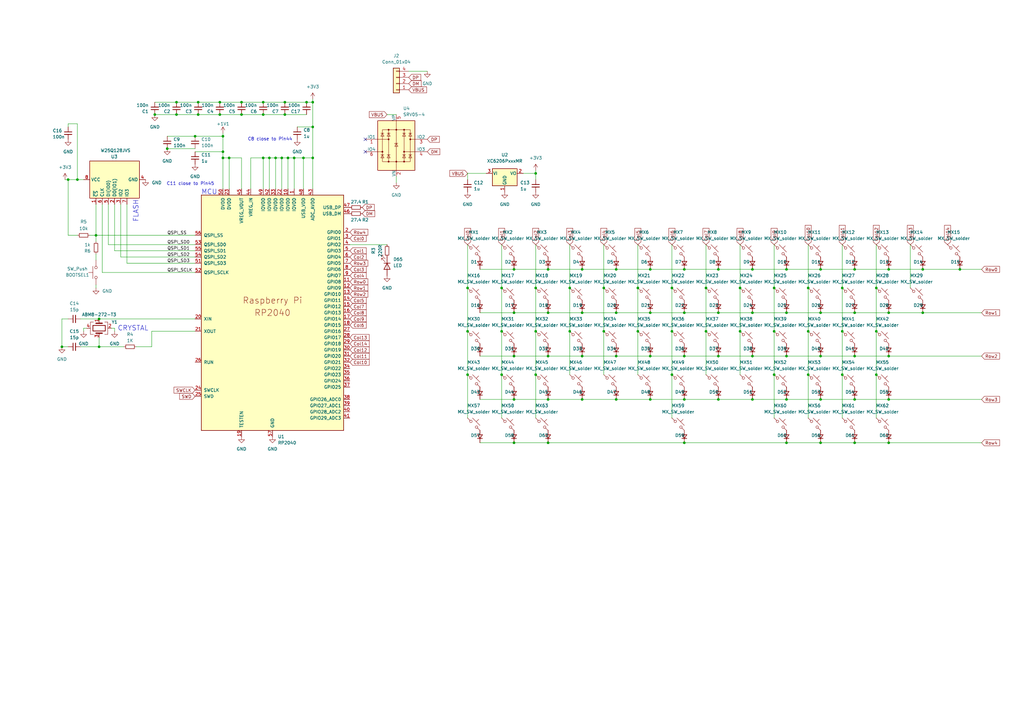
<source format=kicad_sch>
(kicad_sch (version 20231120) (generator "eeschema") (generator_version "8.0")
  (paper "A3")
  (junction (at 378.46 110.49))
  (junction (at 210.82 146.05))
  (junction (at 205.74 153.67))
  (junction (at 99.06 46.99))
  (junction (at 25.4 142.24))
  (junction (at 40.64 130.81))
  (junction (at 359.41 118.11))
  (junction (at 219.71 71.12))
  (junction (at 303.53 135.89))
  (junction (at 219.71 135.89))
  (junction (at 224.79 146.05))
  (junction (at 345.44 118.11))
  (junction (at 110.49 64.77))
  (junction (at 294.64 163.83))
  (junction (at 238.76 146.05))
  (junction (at 252.73 128.27))
  (junction (at 238.76 163.83))
  (junction (at 289.56 118.11))
  (junction (at 266.7 163.83))
  (junction (at 27.94 73.66))
  (junction (at 233.68 118.11))
  (junction (at 99.06 41.91))
  (junction (at 317.5 153.67))
  (junction (at 81.28 41.91))
  (junction (at 308.61 128.27))
  (junction (at 210.82 163.83))
  (junction (at 345.44 135.89))
  (junction (at 93.98 64.77))
  (junction (at 336.55 110.49))
  (junction (at 210.82 181.61))
  (junction (at 322.58 146.05))
  (junction (at 275.59 153.67))
  (junction (at 81.28 46.99))
  (junction (at 219.71 153.67))
  (junction (at 294.64 110.49))
  (junction (at 266.7 146.05))
  (junction (at 280.67 146.05))
  (junction (at 393.7 110.49))
  (junction (at 191.77 118.11))
  (junction (at 128.27 64.77))
  (junction (at 120.65 64.77))
  (junction (at 308.61 163.83))
  (junction (at 364.49 128.27))
  (junction (at 113.03 64.77))
  (junction (at 224.79 110.49))
  (junction (at 331.47 135.89))
  (junction (at 238.76 110.49))
  (junction (at 124.46 64.77))
  (junction (at 322.58 181.61))
  (junction (at 289.56 135.89))
  (junction (at 359.41 135.89))
  (junction (at 128.27 41.91))
  (junction (at 125.73 41.91))
  (junction (at 91.44 55.88))
  (junction (at 72.39 46.99))
  (junction (at 294.64 146.05))
  (junction (at 233.68 135.89))
  (junction (at 261.62 135.89))
  (junction (at 336.55 146.05))
  (junction (at 280.67 110.49))
  (junction (at 116.84 46.99))
  (junction (at 107.95 64.77))
  (junction (at 345.44 153.67))
  (junction (at 266.7 128.27))
  (junction (at 191.77 135.89))
  (junction (at 40.64 142.24))
  (junction (at 275.59 135.89))
  (junction (at 219.71 118.11))
  (junction (at 317.5 118.11))
  (junction (at 303.53 118.11))
  (junction (at 350.52 128.27))
  (junction (at 224.79 163.83))
  (junction (at 210.82 128.27))
  (junction (at 336.55 181.61))
  (junction (at 378.46 128.27))
  (junction (at 322.58 128.27))
  (junction (at 115.57 64.77))
  (junction (at 336.55 163.83))
  (junction (at 294.64 128.27))
  (junction (at 331.47 153.67))
  (junction (at 252.73 110.49))
  (junction (at 317.5 135.89))
  (junction (at 280.67 128.27))
  (junction (at 63.5 46.99))
  (junction (at 68.58 60.96))
  (junction (at 280.67 181.61))
  (junction (at 252.73 146.05))
  (junction (at 364.49 163.83))
  (junction (at 261.62 118.11))
  (junction (at 191.77 153.67))
  (junction (at 252.73 163.83))
  (junction (at 322.58 110.49))
  (junction (at 116.84 41.91))
  (junction (at 205.74 118.11))
  (junction (at 80.01 55.88))
  (junction (at 322.58 163.83))
  (junction (at 364.49 146.05))
  (junction (at 224.79 128.27))
  (junction (at 364.49 181.61))
  (junction (at 266.7 110.49))
  (junction (at 31.75 73.66))
  (junction (at 247.65 118.11))
  (junction (at 72.39 41.91))
  (junction (at 107.95 41.91))
  (junction (at 308.61 146.05))
  (junction (at 247.65 135.89))
  (junction (at 350.52 163.83))
  (junction (at 39.37 96.52))
  (junction (at 90.17 46.99))
  (junction (at 91.44 64.77))
  (junction (at 359.41 153.67))
  (junction (at 331.47 118.11))
  (junction (at 118.11 64.77))
  (junction (at 308.61 110.49))
  (junction (at 350.52 181.61))
  (junction (at 224.79 181.61))
  (junction (at 107.95 46.99))
  (junction (at 210.82 110.49))
  (junction (at 280.67 163.83))
  (junction (at 350.52 110.49))
  (junction (at 336.55 128.27))
  (junction (at 350.52 146.05))
  (junction (at 275.59 118.11))
  (junction (at 238.76 128.27))
  (junction (at 205.74 135.89))
  (junction (at 91.44 62.23))
  (junction (at 90.17 41.91))
  (junction (at 364.49 110.49))
  (junction (at 128.27 52.07))
  (no_connect (at 149.86 57.15))
  (no_connect (at 149.86 62.23))
  (wire (pts (xy 91.44 54.61) (xy 91.44 55.88)))
  (wire (pts (xy 143.51 100.33) (xy 158.75 100.33)))
  (wire (pts (xy 247.65 135.89) (xy 247.65 153.67)))
  (wire (pts (xy 261.62 135.89) (xy 261.62 153.67)))
  (wire (pts (xy 118.11 64.77) (xy 120.65 64.77)))
  (wire (pts (xy 336.55 146.05) (xy 350.52 146.05)))
  (wire (pts (xy 364.49 128.27) (xy 378.46 128.27)))
  (wire (pts (xy 266.7 146.05) (xy 280.67 146.05)))
  (wire (pts (xy 331.47 100.33) (xy 331.47 118.11)))
  (wire (pts (xy 317.5 118.11) (xy 317.5 135.89)))
  (wire (pts (xy 402.59 146.05) (xy 364.49 146.05)))
  (wire (pts (xy 345.44 135.89) (xy 345.44 153.67)))
  (wire (pts (xy 280.67 128.27) (xy 294.64 128.27)))
  (wire (pts (xy 350.52 163.83) (xy 364.49 163.83)))
  (wire (pts (xy 252.73 110.49) (xy 266.7 110.49)))
  (wire (pts (xy 72.39 41.91) (xy 81.28 41.91)))
  (wire (pts (xy 196.85 128.27) (xy 210.82 128.27)))
  (wire (pts (xy 252.73 128.27) (xy 266.7 128.27)))
  (wire (pts (xy 81.28 41.91) (xy 90.17 41.91)))
  (wire (pts (xy 289.56 100.33) (xy 289.56 118.11)))
  (wire (pts (xy 191.77 135.89) (xy 191.77 153.67)))
  (wire (pts (xy 331.47 135.89) (xy 331.47 153.67)))
  (wire (pts (xy 27.94 130.81) (xy 25.4 130.81)))
  (wire (pts (xy 233.68 118.11) (xy 233.68 135.89)))
  (wire (pts (xy 210.82 146.05) (xy 224.79 146.05)))
  (wire (pts (xy 191.77 153.67) (xy 191.77 171.45)))
  (wire (pts (xy 128.27 52.07) (xy 128.27 64.77)))
  (wire (pts (xy 275.59 118.11) (xy 275.59 135.89)))
  (wire (pts (xy 39.37 118.11) (xy 39.37 116.84)))
  (wire (pts (xy 317.5 135.89) (xy 317.5 153.67)))
  (wire (pts (xy 124.46 64.77) (xy 124.46 77.47)))
  (wire (pts (xy 81.28 46.99) (xy 90.17 46.99)))
  (wire (pts (xy 196.85 146.05) (xy 210.82 146.05)))
  (wire (pts (xy 63.5 46.99) (xy 72.39 46.99)))
  (wire (pts (xy 110.49 64.77) (xy 110.49 77.47)))
  (wire (pts (xy 25.4 142.24) (xy 27.94 142.24)))
  (wire (pts (xy 113.03 64.77) (xy 115.57 64.77)))
  (wire (pts (xy 238.76 146.05) (xy 252.73 146.05)))
  (wire (pts (xy 128.27 40.64) (xy 128.27 41.91)))
  (wire (pts (xy 294.64 163.83) (xy 308.61 163.83)))
  (wire (pts (xy 289.56 135.89) (xy 289.56 153.67)))
  (wire (pts (xy 210.82 163.83) (xy 224.79 163.83)))
  (wire (pts (xy 124.46 64.77) (xy 128.27 64.77)))
  (wire (pts (xy 39.37 99.06) (xy 39.37 96.52)))
  (wire (pts (xy 49.53 105.41) (xy 80.01 105.41)))
  (wire (pts (xy 162.56 72.39) (xy 162.56 74.93)))
  (wire (pts (xy 373.38 100.33) (xy 373.38 118.11)))
  (wire (pts (xy 266.7 128.27) (xy 280.67 128.27)))
  (wire (pts (xy 93.98 64.77) (xy 91.44 64.77)))
  (wire (pts (xy 99.06 77.47) (xy 99.06 64.77)))
  (wire (pts (xy 364.49 163.83) (xy 402.59 163.83)))
  (wire (pts (xy 210.82 181.61) (xy 224.79 181.61)))
  (wire (pts (xy 128.27 64.77) (xy 128.27 77.47)))
  (wire (pts (xy 345.44 153.67) (xy 345.44 171.45)))
  (wire (pts (xy 31.75 73.66) (xy 34.29 73.66)))
  (wire (pts (xy 41.91 83.82) (xy 41.91 111.76)))
  (wire (pts (xy 80.01 55.88) (xy 68.58 55.88)))
  (wire (pts (xy 224.79 181.61) (xy 280.67 181.61)))
  (wire (pts (xy 116.84 46.99) (xy 125.73 46.99)))
  (wire (pts (xy 99.06 46.99) (xy 107.95 46.99)))
  (wire (pts (xy 336.55 181.61) (xy 350.52 181.61)))
  (wire (pts (xy 266.7 110.49) (xy 280.67 110.49)))
  (wire (pts (xy 219.71 118.11) (xy 219.71 135.89)))
  (wire (pts (xy 238.76 110.49) (xy 252.73 110.49)))
  (wire (pts (xy 317.5 153.67) (xy 317.5 171.45)))
  (wire (pts (xy 294.64 110.49) (xy 308.61 110.49)))
  (wire (pts (xy 196.85 163.83) (xy 210.82 163.83)))
  (wire (pts (xy 102.87 77.47) (xy 102.87 64.77)))
  (wire (pts (xy 331.47 118.11) (xy 331.47 135.89)))
  (wire (pts (xy 224.79 110.49) (xy 238.76 110.49)))
  (wire (pts (xy 238.76 163.83) (xy 252.73 163.83)))
  (wire (pts (xy 110.49 64.77) (xy 113.03 64.77)))
  (wire (pts (xy 280.67 181.61) (xy 322.58 181.61)))
  (wire (pts (xy 167.64 29.21) (xy 175.26 29.21)))
  (wire (pts (xy 191.77 71.12) (xy 199.39 71.12)))
  (wire (pts (xy 62.23 135.89) (xy 80.01 135.89)))
  (wire (pts (xy 68.58 60.96) (xy 80.01 60.96)))
  (wire (pts (xy 33.02 130.81) (xy 40.64 130.81)))
  (wire (pts (xy 125.73 41.91) (xy 128.27 41.91)))
  (wire (pts (xy 115.57 64.77) (xy 115.57 77.47)))
  (wire (pts (xy 90.17 41.91) (xy 99.06 41.91)))
  (wire (pts (xy 26.67 73.66) (xy 27.94 73.66)))
  (wire (pts (xy 359.41 135.89) (xy 359.41 153.67)))
  (wire (pts (xy 280.67 110.49) (xy 294.64 110.49)))
  (wire (pts (xy 210.82 110.49) (xy 224.79 110.49)))
  (wire (pts (xy 224.79 146.05) (xy 238.76 146.05)))
  (wire (pts (xy 294.64 146.05) (xy 308.61 146.05)))
  (wire (pts (xy 219.71 100.33) (xy 219.71 118.11)))
  (wire (pts (xy 224.79 163.83) (xy 238.76 163.83)))
  (wire (pts (xy 224.79 128.27) (xy 238.76 128.27)))
  (wire (pts (xy 350.52 146.05) (xy 364.49 146.05)))
  (wire (pts (xy 91.44 55.88) (xy 80.01 55.88)))
  (wire (pts (xy 91.44 62.23) (xy 91.44 64.77)))
  (wire (pts (xy 45.72 134.62) (xy 46.99 134.62)))
  (wire (pts (xy 90.17 46.99) (xy 99.06 46.99)))
  (wire (pts (xy 275.59 153.67) (xy 275.59 171.45)))
  (wire (pts (xy 289.56 118.11) (xy 289.56 135.89)))
  (wire (pts (xy 72.39 46.99) (xy 81.28 46.99)))
  (wire (pts (xy 116.84 41.91) (xy 125.73 41.91)))
  (wire (pts (xy 350.52 128.27) (xy 364.49 128.27)))
  (wire (pts (xy 214.63 71.12) (xy 219.71 71.12)))
  (wire (pts (xy 196.85 181.61) (xy 210.82 181.61)))
  (wire (pts (xy 303.53 118.11) (xy 303.53 135.89)))
  (wire (pts (xy 219.71 71.12) (xy 219.71 73.66)))
  (wire (pts (xy 308.61 110.49) (xy 322.58 110.49)))
  (wire (pts (xy 275.59 100.33) (xy 275.59 118.11)))
  (wire (pts (xy 27.94 73.66) (xy 31.75 73.66)))
  (wire (pts (xy 40.64 130.81) (xy 80.01 130.81)))
  (wire (pts (xy 128.27 52.07) (xy 121.92 52.07)))
  (wire (pts (xy 102.87 64.77) (xy 107.95 64.77)))
  (wire (pts (xy 91.44 62.23) (xy 80.01 62.23)))
  (wire (pts (xy 322.58 181.61) (xy 336.55 181.61)))
  (wire (pts (xy 46.99 102.87) (xy 80.01 102.87)))
  (wire (pts (xy 303.53 100.33) (xy 303.53 118.11)))
  (wire (pts (xy 275.59 135.89) (xy 275.59 153.67)))
  (wire (pts (xy 233.68 135.89) (xy 233.68 153.67)))
  (wire (pts (xy 36.83 96.52) (xy 39.37 96.52)))
  (wire (pts (xy 115.57 64.77) (xy 118.11 64.77)))
  (wire (pts (xy 350.52 181.61) (xy 364.49 181.61)))
  (wire (pts (xy 99.06 64.77) (xy 93.98 64.77)))
  (wire (pts (xy 219.71 153.67) (xy 219.71 171.45)))
  (wire (pts (xy 44.45 100.33) (xy 80.01 100.33)))
  (wire (pts (xy 118.11 64.77) (xy 118.11 77.47)))
  (wire (pts (xy 120.65 64.77) (xy 124.46 64.77)))
  (wire (pts (xy 72.39 41.91) (xy 63.5 41.91)))
  (wire (pts (xy 294.64 128.27) (xy 308.61 128.27)))
  (wire (pts (xy 27.94 50.8) (xy 27.94 52.07)))
  (wire (pts (xy 322.58 163.83) (xy 336.55 163.83)))
  (wire (pts (xy 158.75 46.99) (xy 162.56 46.99)))
  (wire (pts (xy 93.98 64.77) (xy 93.98 77.47)))
  (wire (pts (xy 44.45 83.82) (xy 44.45 100.33)))
  (wire (pts (xy 46.99 134.62) (xy 46.99 135.89)))
  (wire (pts (xy 39.37 96.52) (xy 80.01 96.52)))
  (wire (pts (xy 364.49 181.61) (xy 402.59 181.61)))
  (wire (pts (xy 261.62 118.11) (xy 261.62 135.89)))
  (wire (pts (xy 252.73 163.83) (xy 266.7 163.83)))
  (wire (pts (xy 27.94 50.8) (xy 31.75 50.8)))
  (wire (pts (xy 107.95 41.91) (xy 116.84 41.91)))
  (wire (pts (xy 40.64 138.43) (xy 40.64 142.24)))
  (wire (pts (xy 308.61 146.05) (xy 322.58 146.05)))
  (wire (pts (xy 39.37 104.14) (xy 39.37 106.68)))
  (wire (pts (xy 219.71 135.89) (xy 219.71 153.67)))
  (wire (pts (xy 41.91 111.76) (xy 80.01 111.76)))
  (wire (pts (xy 322.58 146.05) (xy 336.55 146.05)))
  (wire (pts (xy 25.4 130.81) (xy 25.4 142.24)))
  (wire (pts (xy 247.65 100.33) (xy 247.65 118.11)))
  (wire (pts (xy 247.65 118.11) (xy 247.65 135.89)))
  (wire (pts (xy 322.58 110.49) (xy 336.55 110.49)))
  (wire (pts (xy 359.41 100.33) (xy 359.41 118.11)))
  (wire (pts (xy 34.29 134.62) (xy 34.29 135.89)))
  (wire (pts (xy 393.7 110.49) (xy 378.46 110.49)))
  (wire (pts (xy 322.58 128.27) (xy 336.55 128.27)))
  (wire (pts (xy 402.59 110.49) (xy 393.7 110.49)))
  (wire (pts (xy 27.94 96.52) (xy 31.75 96.52)))
  (wire (pts (xy 205.74 118.11) (xy 205.74 135.89)))
  (wire (pts (xy 210.82 128.27) (xy 224.79 128.27)))
  (wire (pts (xy 308.61 163.83) (xy 322.58 163.83)))
  (wire (pts (xy 205.74 135.89) (xy 205.74 153.67)))
  (wire (pts (xy 350.52 110.49) (xy 364.49 110.49)))
  (wire (pts (xy 39.37 96.52) (xy 39.37 83.82)))
  (wire (pts (xy 128.27 41.91) (xy 128.27 52.07)))
  (wire (pts (xy 308.61 128.27) (xy 322.58 128.27)))
  (wire (pts (xy 99.06 41.91) (xy 107.95 41.91)))
  (wire (pts (xy 191.77 100.33) (xy 191.77 118.11)))
  (wire (pts (xy 261.62 100.33) (xy 261.62 118.11)))
  (wire (pts (xy 113.03 64.77) (xy 113.03 77.47)))
  (wire (pts (xy 52.07 107.95) (xy 80.01 107.95)))
  (wire (pts (xy 345.44 118.11) (xy 345.44 135.89)))
  (wire (pts (xy 120.65 64.77) (xy 120.65 77.47)))
  (wire (pts (xy 345.44 100.33) (xy 345.44 118.11)))
  (wire (pts (xy 280.67 163.83) (xy 294.64 163.83)))
  (wire (pts (xy 40.64 142.24) (xy 50.8 142.24)))
  (wire (pts (xy 52.07 83.82) (xy 52.07 107.95)))
  (wire (pts (xy 303.53 135.89) (xy 303.53 153.67)))
  (wire (pts (xy 107.95 64.77) (xy 107.95 77.47)))
  (wire (pts (xy 191.77 71.12) (xy 191.77 73.66)))
  (wire (pts (xy 27.94 96.52) (xy 27.94 73.66)))
  (wire (pts (xy 191.77 118.11) (xy 191.77 135.89)))
  (wire (pts (xy 238.76 128.27) (xy 252.73 128.27)))
  (wire (pts (xy 378.46 128.27) (xy 402.59 128.27)))
  (wire (pts (xy 205.74 153.67) (xy 205.74 171.45)))
  (wire (pts (xy 35.56 134.62) (xy 34.29 134.62)))
  (wire (pts (xy 336.55 128.27) (xy 350.52 128.27)))
  (wire (pts (xy 91.44 64.77) (xy 91.44 77.47)))
  (wire (pts (xy 359.41 118.11) (xy 359.41 135.89)))
  (wire (pts (xy 205.74 100.33) (xy 205.74 118.11)))
  (wire (pts (xy 196.85 110.49) (xy 210.82 110.49)))
  (wire (pts (xy 266.7 163.83) (xy 280.67 163.83)))
  (wire (pts (xy 252.73 146.05) (xy 266.7 146.05)))
  (wire (pts (xy 49.53 83.82) (xy 49.53 105.41)))
  (wire (pts (xy 336.55 163.83) (xy 350.52 163.83)))
  (wire (pts (xy 336.55 110.49) (xy 350.52 110.49)))
  (wire (pts (xy 219.71 69.85) (xy 219.71 71.12)))
  (wire (pts (xy 233.68 100.33) (xy 233.68 118.11)))
  (wire (pts (xy 331.47 153.67) (xy 331.47 171.45)))
  (wire (pts (xy 317.5 100.33) (xy 317.5 118.11)))
  (wire (pts (xy 62.23 142.24) (xy 62.23 135.89)))
  (wire (pts (xy 91.44 55.88) (xy 91.44 62.23)))
  (wire (pts (xy 55.88 142.24) (xy 62.23 142.24)))
  (wire (pts (xy 359.41 153.67) (xy 359.41 171.45)))
  (wire (pts (xy 46.99 83.82) (xy 46.99 102.87)))
  (wire (pts (xy 107.95 64.77) (xy 110.49 64.77)))
  (wire (pts (xy 31.75 73.66) (xy 31.75 50.8)))
  (wire (pts (xy 40.64 142.24) (xy 33.02 142.24)))
  (wire (pts (xy 280.67 146.05) (xy 294.64 146.05)))
  (wire (pts (xy 107.95 46.99) (xy 116.84 46.99)))
  (wire (pts (xy 364.49 110.49) (xy 378.46 110.49)))
  (text "C11 close to Pin45\n" (at 68.326 76.2 0) (effects (font (size 1.3 1.3)) (justify left bottom)))
  (text "MCU" (at 82.55 80.01 0) (effects (font (size 2 2)) (justify left bottom)))
  (text "CRYSTAL\n" (at 48.26 135.89 0) (effects (font (size 2 2)) (justify left bottom)))
  (text "C8 close to Pin44\n" (at 101.6 57.912 0) (effects (font (size 1.3 1.3)) (justify left bottom)))
  (text "FLASH" (at 56.896 91.186 90) (effects (font (size 2 2)) (justify left bottom)))
  (label "QSPI_SS" (at 68.58 96.52 0))
  (label "QSPI_SD1" (at 68.58 102.87 0))
  (label "QSPI_SCLK" (at 68.58 111.76 0))
  (label "QSPI_SD2" (at 68.58 105.41 0))
  (label "QSPI_SD0" (at 68.58 100.33 0))
  (label "QSPI_SD3" (at 68.58 107.95 0))
  (global_label "Col2" (shape input) (at 143.51 105.41 0) (property "Intersheetrefs" "${INTERSHEET_REFS}" (effects (hide yes))))
  (global_label "VBUS" (shape input) (at 167.64 36.83 0) (property "Intersheetrefs" "${INTERSHEET_REFS}" (effects (hide yes))))
  (global_label "Col1" (shape input) (at 143.51 102.87 0) (property "Intersheetrefs" "${INTERSHEET_REFS}" (effects (hide yes))))
  (global_label "Row3" (shape input) (at 402.59 163.83 0) (property "Intersheetrefs" "${INTERSHEET_REFS}" (effects (hide yes))))
  (global_label "Row4" (shape input) (at 402.59 181.61 0) (property "Intersheetrefs" "${INTERSHEET_REFS}" (effects (hide yes))))
  (global_label "Col5" (shape input) (at 143.51 123.19 0) (property "Intersheetrefs" "${INTERSHEET_REFS}" (effects (hide yes))))
  (global_label "Col3" (shape input) (at 143.51 110.49 0) (property "Intersheetrefs" "${INTERSHEET_REFS}" (effects (hide yes))))
  (global_label "VBUS" (shape input) (at 158.75 46.99 180) (property "Intersheetrefs" "${INTERSHEET_REFS}" (effects (hide yes))))
  (global_label "Col11" (shape input) (at 143.51 146.05 0) (property "Intersheetrefs" "${INTERSHEET_REFS}" (effects (hide yes))))
  (global_label "Col13" (shape input) (at 373.38 100.33 90) (property "Intersheetrefs" "${INTERSHEET_REFS}" (effects (hide yes))))
  (global_label "Col3" (shape input) (at 233.68 100.33 90) (property "Intersheetrefs" "${INTERSHEET_REFS}" (effects (hide yes))))
  (global_label "Col2" (shape input) (at 219.71 100.33 90) (property "Intersheetrefs" "${INTERSHEET_REFS}" (effects (hide yes))))
  (global_label "SWD" (shape input) (at 80.01 162.56 180) (property "Intersheetrefs" "${INTERSHEET_REFS}" (effects (hide yes))))
  (global_label "Col1" (shape input) (at 205.74 100.33 90) (property "Intersheetrefs" "${INTERSHEET_REFS}" (effects (hide yes))))
  (global_label "Col4" (shape input) (at 143.51 113.03 0) (property "Intersheetrefs" "${INTERSHEET_REFS}" (effects (hide yes))))
  (global_label "Col13" (shape input) (at 143.51 138.43 0) (property "Intersheetrefs" "${INTERSHEET_REFS}" (effects (hide yes))))
  (global_label "Col4" (shape input) (at 247.65 100.33 90) (property "Intersheetrefs" "${INTERSHEET_REFS}" (effects (hide yes))))
  (global_label "DM" (shape input) (at 175.26 62.23 0) (property "Intersheetrefs" "${INTERSHEET_REFS}" (effects (hide yes))))
  (global_label "Col7" (shape input) (at 143.51 125.73 0) (property "Intersheetrefs" "${INTERSHEET_REFS}" (effects (hide yes))))
  (global_label "DP" (shape input) (at 148.59 85.09 0) (property "Intersheetrefs" "${INTERSHEET_REFS}" (effects (hide yes))))
  (global_label "Col8" (shape input) (at 143.51 128.27 0) (property "Intersheetrefs" "${INTERSHEET_REFS}" (effects (hide yes))))
  (global_label "Col0" (shape input) (at 191.77 100.33 90) (property "Intersheetrefs" "${INTERSHEET_REFS}" (effects (hide yes))))
  (global_label "Row0" (shape input) (at 143.51 115.57 0) (property "Intersheetrefs" "${INTERSHEET_REFS}" (effects (hide yes))))
  (global_label "Col6" (shape input) (at 275.59 100.33 90) (property "Intersheetrefs" "${INTERSHEET_REFS}" (effects (hide yes))))
  (global_label "Col0" (shape input) (at 143.51 97.79 0) (property "Intersheetrefs" "${INTERSHEET_REFS}" (effects (hide yes))))
  (global_label "Col14" (shape input) (at 388.62 100.33 90) (property "Intersheetrefs" "${INTERSHEET_REFS}" (effects (hide yes))))
  (global_label "DM" (shape input) (at 167.64 34.29 0) (property "Intersheetrefs" "${INTERSHEET_REFS}" (effects (hide yes))))
  (global_label "Row3" (shape input) (at 143.51 107.95 0) (property "Intersheetrefs" "${INTERSHEET_REFS}" (effects (hide yes))))
  (global_label "Col7" (shape input) (at 289.56 100.33 90) (property "Intersheetrefs" "${INTERSHEET_REFS}" (effects (hide yes))))
  (global_label "DP" (shape input) (at 167.64 31.75 0) (property "Intersheetrefs" "${INTERSHEET_REFS}" (effects (hide yes))))
  (global_label "VBUS" (shape input) (at 191.77 71.12 180) (property "Intersheetrefs" "${INTERSHEET_REFS}" (effects (hide yes))))
  (global_label "Col6" (shape input) (at 143.51 133.35 0) (property "Intersheetrefs" "${INTERSHEET_REFS}" (effects (hide yes))))
  (global_label "SWCLK" (shape input) (at 80.01 160.02 180) (property "Intersheetrefs" "${INTERSHEET_REFS}" (effects (hide yes))))
  (global_label "Row2" (shape input) (at 143.51 120.65 0) (property "Intersheetrefs" "${INTERSHEET_REFS}" (effects (hide yes))))
  (global_label "Col10" (shape input) (at 143.51 148.59 0) (property "Intersheetrefs" "${INTERSHEET_REFS}" (effects (hide yes))))
  (global_label "Col11" (shape input) (at 345.44 100.33 90) (property "Intersheetrefs" "${INTERSHEET_REFS}" (effects (hide yes))))
  (global_label "Col9" (shape input) (at 317.5 100.33 90) (property "Intersheetrefs" "${INTERSHEET_REFS}" (effects (hide yes))))
  (global_label "Col12" (shape input) (at 143.51 143.51 0) (property "Intersheetrefs" "${INTERSHEET_REFS}" (effects (hide yes))))
  (global_label "Col9" (shape input) (at 143.51 130.81 0) (property "Intersheetrefs" "${INTERSHEET_REFS}" (effects (hide yes))))
  (global_label "Col5" (shape input) (at 261.62 100.33 90) (property "Intersheetrefs" "${INTERSHEET_REFS}" (effects (hide yes))))
  (global_label "DM" (shape input) (at 148.59 87.63 0) (property "Intersheetrefs" "${INTERSHEET_REFS}" (effects (hide yes))))
  (global_label "DP" (shape input) (at 175.26 57.15 0) (property "Intersheetrefs" "${INTERSHEET_REFS}" (effects (hide yes))))
  (global_label "Row1" (shape input) (at 143.51 118.11 0) (property "Intersheetrefs" "${INTERSHEET_REFS}" (effects (hide yes))))
  (global_label "Col8" (shape input) (at 303.53 100.33 90) (property "Intersheetrefs" "${INTERSHEET_REFS}" (effects (hide yes))))
  (global_label "Row4" (shape input) (at 143.51 95.25 0) (property "Intersheetrefs" "${INTERSHEET_REFS}" (effects (hide yes))))
  (global_label "Col10" (shape input) (at 331.47 100.33 90) (property "Intersheetrefs" "${INTERSHEET_REFS}" (effects (hide yes))))
  (global_label "Row0" (shape input) (at 402.59 110.49 0) (property "Intersheetrefs" "${INTERSHEET_REFS}" (effects (hide yes))))
  (global_label "Row1" (shape input) (at 402.59 128.27 0) (property "Intersheetrefs" "${INTERSHEET_REFS}" (effects (hide yes))))
  (global_label "Col12" (shape input) (at 359.41 100.33 90) (property "Intersheetrefs" "${INTERSHEET_REFS}" (effects (hide yes))))
  (global_label "Row2" (shape input) (at 402.59 146.05 0) (property "Intersheetrefs" "${INTERSHEET_REFS}" (effects (hide yes))))
  (global_label "Col14" (shape input) (at 143.51 140.97 0) (property "Intersheetrefs" "${INTERSHEET_REFS}" (effects (hide yes))))
  (symbol (lib_id "marbastlib-mx:MX_SW_solder") (at 208.28 173.99 0) (unit 1)
    (property "Reference" "MX58" (at 208.28 166.37 0))
    (property "Value" "MX_SW_solder" (at 208.28 168.91 0))
    (property "Footprint" "ScottoKeebs_MX:MX_PCB_1.00u_NoSilkscreen_narrow" (effects (hide yes)))
    (property "Description" "Push button switch, normally open, two pins, 45° tilted" (effects (hide yes)))
  )
  (symbol (lib_id "Device:D_Small") (at 322.58 107.95 90) (unit 1)
    (property "Reference" "D10" (at 318.77 107.442 90) (effects (justify right)))
    (property "Value" "D_Small" (effects (hide yes)))
    (property "Footprint" "ScottoKeebs_Components:Diode_SOD-123_noref2" (effects (hide yes)))
    (property "Description" "Diode, small symbol" (effects (hide yes)))
    (property "Sim.Device" "D" (effects (hide yes)))
    (property "Sim.Pins" "1=K 2=A" (effects (hide yes)))
  )
  (symbol (lib_id "marbastlib-mx:MX_SW_solder") (at 320.04 120.65 0) (unit 1)
    (property "Reference" "MX25" (at 320.04 113.03 0))
    (property "Value" "MX_SW_solder" (at 320.04 115.57 0))
    (property "Footprint" "ScottoKeebs_MX:MX_PCB_1.00u_NoSilkscreen_narrow" (effects (hide yes)))
    (property "Description" "Push button switch, normally open, two pins, 45° tilted" (effects (hide yes)))
  )
  (symbol (lib_id "Device:D_Small") (at 364.49 161.29 90) (unit 1)
    (property "Reference" "D55" (at 360.68 160.782 90) (effects (justify right)))
    (property "Value" "D_Small" (effects (hide yes)))
    (property "Footprint" "ScottoKeebs_Components:Diode_SOD-123_noref2" (effects (hide yes)))
    (property "Description" "Diode, small symbol" (effects (hide yes)))
    (property "Sim.Device" "D" (effects (hide yes)))
    (property "Sim.Pins" "1=K 2=A" (effects (hide yes)))
  )
  (symbol (lib_id "power:GND") (at 219.71 78.74 0) (unit 1)
    (property "Reference" "#PWR013" (effects (hide yes)))
    (property "Value" "GND" (at 219.71 83.82 0))
  )
  (symbol (lib_id "Device:C_Small") (at 80.01 64.77 0) (unit 1)
    (property "Reference" "C11" (at 82.55 63.5063 0) (effects (justify left)))
    (property "Value" "1u" (at 82.55 66.0463 0) (effects (justify left)))
    (property "Footprint" "hjcustom:C_0402_1005Metric" (effects (hide yes)))
  )
  (symbol (lib_id "marbastlib-mx:MX_SW_solder") (at 347.98 138.43 0) (unit 1)
    (property "Reference" "MX41" (at 347.98 130.81 0))
    (property "Value" "MX_SW_solder" (at 347.98 133.35 0))
    (property "Footprint" "ScottoKeebs_MX:MX_PCB_1.00u_NoSilkscreen_narrow" (effects (hide yes)))
    (property "Description" "Push button switch, normally open, two pins, 45° tilted" (effects (hide yes)))
  )
  (symbol (lib_id "Device:C_Small") (at 68.58 58.42 0) (unit 1)
    (property "Reference" "C9" (at 71.12 57.1563 0) (effects (justify left)))
    (property "Value" "100n" (at 71.12 59.6963 0) (effects (justify left)))
    (property "Footprint" "hjcustom:C_0402_1005Metric" (effects (hide yes)))
  )
  (symbol (lib_id "Device:D_Small") (at 252.73 161.29 90) (unit 1)
    (property "Reference" "D47" (at 248.92 160.782 90) (effects (justify right)))
    (property "Value" "D_Small" (effects (hide yes)))
    (property "Footprint" "ScottoKeebs_Components:Diode_SOD-123_noref2" (effects (hide yes)))
    (property "Description" "Diode, small symbol" (effects (hide yes)))
    (property "Sim.Device" "D" (effects (hide yes)))
    (property "Sim.Pins" "1=K 2=A" (effects (hide yes)))
  )
  (symbol (lib_id "Device:D_Small") (at 336.55 161.29 90) (unit 1)
    (property "Reference" "D53" (at 332.74 160.782 90) (effects (justify right)))
    (property "Value" "D_Small" (effects (hide yes)))
    (property "Footprint" "ScottoKeebs_Components:Diode_SOD-123_noref2" (effects (hide yes)))
    (property "Description" "Diode, small symbol" (effects (hide yes)))
    (property "Sim.Device" "D" (effects (hide yes)))
    (property "Sim.Pins" "1=K 2=A" (effects (hide yes)))
  )
  (symbol (lib_id "marbastlib-mx:MX_SW_solder") (at 334.01 102.87 0) (unit 1)
    (property "Reference" "MX11" (at 334.01 95.25 0))
    (property "Value" "MX_SW_solder" (at 334.01 97.79 0))
    (property "Footprint" "ScottoKeebs_MX:MX_PCB_1.00u_NoSilkscreen_narrow" (effects (hide yes)))
    (property "Description" "Push button switch, normally open, two pins, 45° tilted" (effects (hide yes)))
  )
  (symbol (lib_id "Device:C_Small") (at 90.17 44.45 180) (unit 1)
    (property "Reference" "C4" (at 87.63 45.7137 0) (effects (justify left)))
    (property "Value" "100n" (at 87.63 43.1737 0) (effects (justify left)))
    (property "Footprint" "hjcustom:C_0402_1005Metric" (effects (hide yes)))
  )
  (symbol (lib_id "Device:D_Small") (at 308.61 161.29 90) (unit 1)
    (property "Reference" "D51" (at 304.8 160.782 90) (effects (justify right)))
    (property "Value" "D_Small" (effects (hide yes)))
    (property "Footprint" "ScottoKeebs_Components:Diode_SOD-123_noref2" (effects (hide yes)))
    (property "Description" "Diode, small symbol" (effects (hide yes)))
    (property "Sim.Device" "D" (effects (hide yes)))
    (property "Sim.Pins" "1=K 2=A" (effects (hide yes)))
  )
  (symbol (lib_id "marbastlib-mx:MX_SW_solder") (at 250.19 102.87 0) (unit 1)
    (property "Reference" "MX5" (at 250.19 95.25 0))
    (property "Value" "MX_SW_solder" (at 250.19 97.79 0))
    (property "Footprint" "ScottoKeebs_MX:MX_PCB_1.00u_NoSilkscreen_narrow" (effects (hide yes)))
    (property "Description" "Push button switch, normally open, two pins, 45° tilted" (effects (hide yes)))
  )
  (symbol (lib_id "marbastlib-mx:MX_SW_solder") (at 250.19 138.43 0) (unit 1)
    (property "Reference" "MX34" (at 250.19 130.81 0))
    (property "Value" "MX_SW_solder" (at 250.19 133.35 0))
    (property "Footprint" "ScottoKeebs_MX:MX_PCB_1.00u_NoSilkscreen_narrow" (effects (hide yes)))
    (property "Description" "Push button switch, normally open, two pins, 45° tilted" (effects (hide yes)))
  )
  (symbol (lib_id "power:GND") (at 99.06 179.07 0) (unit 1)
    (property "Reference" "#PWR08" (effects (hide yes)))
    (property "Value" "GND" (at 99.06 184.15 0))
  )
  (symbol (lib_id "Device:C_Small") (at 99.06 44.45 180) (unit 1)
    (property "Reference" "C5" (at 96.52 45.7137 0) (effects (justify left)))
    (property "Value" "100n" (at 96.52 43.1737 0) (effects (justify left)))
    (property "Footprint" "hjcustom:C_0402_1005Metric" (effects (hide yes)))
  )
  (symbol (lib_id "Device:C_Small") (at 72.39 44.45 180) (unit 1)
    (property "Reference" "C2" (at 69.85 45.7137 0) (effects (justify left)))
    (property "Value" "100n" (at 69.85 43.1737 0) (effects (justify left)))
    (property "Footprint" "hjcustom:C_0402_1005Metric" (effects (hide yes)))
  )
  (symbol (lib_id "Device:D_Small") (at 336.55 107.95 90) (unit 1)
    (property "Reference" "D11" (at 332.74 107.442 90) (effects (justify right)))
    (property "Value" "D_Small" (effects (hide yes)))
    (property "Footprint" "ScottoKeebs_Components:Diode_SOD-123_noref2" (effects (hide yes)))
    (property "Description" "Diode, small symbol" (effects (hide yes)))
    (property "Sim.Device" "D" (effects (hide yes)))
    (property "Sim.Pins" "1=K 2=A" (effects (hide yes)))
  )
  (symbol (lib_id "power:GND") (at 80.01 67.31 0) (unit 1)
    (property "Reference" "#PWR06" (effects (hide yes)))
    (property "Value" "GND" (at 80.01 72.39 0))
  )
  (symbol (lib_id "Device:D_Small") (at 280.67 179.07 90) (unit 1)
    (property "Reference" "D59" (at 276.86 178.562 90) (effects (justify right)))
    (property "Value" "D_Small" (effects (hide yes)))
    (property "Footprint" "ScottoKeebs_Components:Diode_SOD-123_noref2" (effects (hide yes)))
    (property "Description" "Diode, small symbol" (effects (hide yes)))
    (property "Sim.Device" "D" (effects (hide yes)))
    (property "Sim.Pins" "1=K 2=A" (effects (hide yes)))
  )
  (symbol (lib_id "marbastlib-mx:MX_SW_solder") (at 320.04 138.43 0) (unit 1)
    (property "Reference" "MX39" (at 320.04 130.81 0))
    (property "Value" "MX_SW_solder" (at 320.04 133.35 0))
    (property "Footprint" "ScottoKeebs_MX:MX_PCB_1.00u_NoSilkscreen_narrow" (effects (hide yes)))
    (property "Description" "Push button switch, normally open, two pins, 45° tilted" (effects (hide yes)))
  )
  (symbol (lib_id "marbastlib-mx:MX_SW_solder") (at 194.31 156.21 0) (unit 1)
    (property "Reference" "MX43" (at 194.31 148.59 0))
    (property "Value" "MX_SW_solder" (at 194.31 151.13 0))
    (property "Footprint" "ScottoKeebs_MX:MX_PCB_1.00u_NoSilkscreen_narrow" (effects (hide yes)))
    (property "Description" "Push button switch, normally open, two pins, 45° tilted" (effects (hide yes)))
  )
  (symbol (lib_id "marbastlib-mx:MX_SW_solder") (at 194.31 120.65 0) (unit 1)
    (property "Reference" "MX16" (at 194.31 113.03 0))
    (property "Value" "MX_SW_solder" (at 194.31 115.57 0))
    (property "Footprint" "ScottoKeebs_MX:MX_PCB_1.00u_NoSilkscreen_narrow" (effects (hide yes)))
    (property "Description" "Push button switch, normally open, two pins, 45° tilted" (effects (hide yes)))
  )
  (symbol (lib_id "marbastlib-mx:MX_SW_solder") (at 391.16 102.87 0) (unit 1)
    (property "Reference" "MX15" (at 391.16 95.25 0))
    (property "Value" "MX_SW_solder" (at 391.16 97.79 0))
    (property "Footprint" "ScottoKeebs_MX:MX_PCB_1.00u_NoSilkscreen_narrow" (effects (hide yes)))
    (property "Description" "Push button switch, normally open, two pins, 45° tilted" (effects (hide yes)))
  )
  (symbol (lib_id "marbastlib-mx:MX_SW_solder") (at 222.25 120.65 0) (unit 1)
    (property "Reference" "MX18" (at 222.25 113.03 0))
    (property "Value" "MX_SW_solder" (at 222.25 115.57 0))
    (property "Footprint" "ScottoKeebs_MX:MX_PCB_1.00u_NoSilkscreen_narrow" (effects (hide yes)))
    (property "Description" "Push button switch, normally open, two pins, 45° tilted" (effects (hide yes)))
  )
  (symbol (lib_id "power:GND") (at 111.76 179.07 0) (unit 1)
    (property "Reference" "#PWR09" (effects (hide yes)))
    (property "Value" "GND" (at 111.76 184.15 0))
  )
  (symbol (lib_id "marbastlib-various:SRV05-4") (at 162.56 59.69 0) (unit 1)
    (property "Reference" "U4" (at 165.3287 44.45 0) (effects (justify left)))
    (property "Value" "SRV05-4" (at 165.3287 46.99 0) (effects (justify left)))
    (property "Footprint" "Package_TO_SOT_SMD:SOT-23-6" (effects (hide yes)))
    (property "Datasheet" "http://www.onsemi.com/pub/Collateral/SRV05-4-D.PDF" (effects (hide yes)))
  )
  (symbol (lib_id "marbastlib-mx:MX_SW_solder") (at 194.31 173.99 0) (unit 1)
    (property "Reference" "MX57" (at 194.31 166.37 0))
    (property "Value" "MX_SW_solder" (at 194.31 168.91 0))
    (property "Footprint" "ScottoKeebs_MX:MX_PCB_1.00u_NoSilkscreen_narrow" (effects (hide yes)))
    (property "Description" "Push button switch, normally open, two pins, 45° tilted" (effects (hide yes)))
  )
  (symbol (lib_id "Device:D_Small") (at 196.85 107.95 90) (unit 1)
    (property "Reference" "D1" (at 193.04 107.442 90) (effects (justify right)))
    (property "Value" "D_Small" (effects (hide yes)))
    (property "Footprint" "ScottoKeebs_Components:Diode_SOD-123_noref2" (effects (hide yes)))
    (property "Description" "Diode, small symbol" (effects (hide yes)))
    (property "Sim.Device" "D" (effects (hide yes)))
    (property "Sim.Pins" "1=K 2=A" (effects (hide yes)))
  )
  (symbol (lib_id "power:+1V1") (at 91.44 54.61 0) (unit 1)
    (property "Reference" "#PWR03" (effects (hide yes)))
    (property "Value" "+1V1" (at 91.44 50.8 0))
  )
  (symbol (lib_id "Device:D_Small") (at 238.76 161.29 90) (unit 1)
    (property "Reference" "D46" (at 234.95 160.782 90) (effects (justify right)))
    (property "Value" "D_Small" (effects (hide yes)))
    (property "Footprint" "ScottoKeebs_Components:Diode_SOD-123_noref2" (effects (hide yes)))
    (property "Description" "Diode, small symbol" (effects (hide yes)))
    (property "Sim.Device" "D" (effects (hide yes)))
    (property "Sim.Pins" "1=K 2=A" (effects (hide yes)))
  )
  (symbol (lib_id "Device:D_Small") (at 210.82 125.73 90) (unit 1)
    (property "Reference" "D17" (at 207.01 125.222 90) (effects (justify right)))
    (property "Value" "D_Small" (effects (hide yes)))
    (property "Footprint" "ScottoKeebs_Components:Diode_SOD-123_noref2" (effects (hide yes)))
    (property "Description" "Diode, small symbol" (effects (hide yes)))
    (property "Sim.Device" "D" (effects (hide yes)))
    (property "Sim.Pins" "1=K 2=A" (effects (hide yes)))
  )
  (symbol (lib_id "marbastlib-mx:MX_SW_solder") (at 306.07 120.65 0) (unit 1)
    (property "Reference" "MX24" (at 306.07 113.03 0))
    (property "Value" "MX_SW_solder" (at 306.07 115.57 0))
    (property "Footprint" "ScottoKeebs_MX:MX_PCB_1.00u_NoSilkscreen_narrow" (effects (hide yes)))
    (property "Description" "Push button switch, normally open, two pins, 45° tilted" (effects (hide yes)))
  )
  (symbol (lib_id "Device:D_Small") (at 322.58 125.73 90) (unit 1)
    (property "Reference" "D25" (at 318.77 125.222 90) (effects (justify right)))
    (property "Value" "D_Small" (effects (hide yes)))
    (property "Footprint" "ScottoKeebs_Components:Diode_SOD-123_noref2" (effects (hide yes)))
    (property "Description" "Diode, small symbol" (effects (hide yes)))
    (property "Sim.Device" "D" (effects (hide yes)))
    (property "Sim.Pins" "1=K 2=A" (effects (hide yes)))
  )
  (symbol (lib_id "Device:D_Small") (at 196.85 161.29 90) (unit 1)
    (property "Reference" "D43" (at 193.04 160.782 90) (effects (justify right)))
    (property "Value" "D_Small" (effects (hide yes)))
    (property "Footprint" "ScottoKeebs_Components:Diode_SOD-123_noref2" (effects (hide yes)))
    (property "Description" "Diode, small symbol" (effects (hide yes)))
    (property "Sim.Device" "D" (effects (hide yes)))
    (property "Sim.Pins" "1=K 2=A" (effects (hide yes)))
  )
  (symbol (lib_id "Memory_Flash:W25Q128JVS") (at 46.99 73.66 90) (unit 1)
    (property "Reference" "U3" (at 48.26 64.262 90) (effects (justify left)))
    (property "Value" "W25Q128JVS" (at 53.594 61.722 90) (effects (justify left)))
    (property "Footprint" "hjcustom:SOIC-8_5.23x5.23mm_P1.27mm" (effects (hide yes)))
    (property "Datasheet" "http://www.winbond.com/resource-files/w25q128jv_dtr%20revc%2003272018%20plus.pdf" (effects (hide yes)))
  )
  (symbol (lib_id "Device:D_Small") (at 308.61 143.51 90) (unit 1)
    (property "Reference" "D38" (at 304.8 143.002 90) (effects (justify right)))
    (property "Value" "D_Small" (effects (hide yes)))
    (property "Footprint" "ScottoKeebs_Components:Diode_SOD-123_noref2" (effects (hide yes)))
    (property "Description" "Diode, small symbol" (effects (hide yes)))
    (property "Sim.Device" "D" (effects (hide yes)))
    (property "Sim.Pins" "1=K 2=A" (effects (hide yes)))
  )
  (symbol (lib_id "Device:D_Small") (at 266.7 143.51 90) (unit 1)
    (property "Reference" "D35" (at 262.89 143.002 90) (effects (justify right)))
    (property "Value" "D_Small" (effects (hide yes)))
    (property "Footprint" "ScottoKeebs_Components:Diode_SOD-123_noref2" (effects (hide yes)))
    (property "Description" "Diode, small symbol" (effects (hide yes)))
    (property "Sim.Device" "D" (effects (hide yes)))
    (property "Sim.Pins" "1=K 2=A" (effects (hide yes)))
  )
  (symbol (lib_id "marbastlib-mx:MX_SW_solder") (at 375.92 120.65 0) (unit 1)
    (property "Reference" "MX29" (at 375.92 113.03 0))
    (property "Value" "MX_SW_solder" (at 375.92 115.57 0))
    (property "Footprint" "ScottoKeebs_MX:MX_PCB_1.00u_NoSilkscreen_narrow" (effects (hide yes)))
    (property "Description" "Push button switch, normally open, two pins, 45° tilted" (effects (hide yes)))
  )
  (symbol (lib_id "marbastlib-mx:MX_SW_solder") (at 278.13 156.21 0) (unit 1)
    (property "Reference" "MX49" (at 278.13 148.59 0))
    (property "Value" "MX_SW_solder" (at 278.13 151.13 0))
    (property "Footprint" "ScottoKeebs_MX:MX_PCB_1.00u_NoSilkscreen_narrow" (effects (hide yes)))
    (property "Description" "Push button switch, normally open, two pins, 45° tilted" (effects (hide yes)))
  )
  (symbol (lib_id "Device:D_Small") (at 252.73 125.73 90) (unit 1)
    (property "Reference" "D20" (at 248.92 125.222 90) (effects (justify right)))
    (property "Value" "D_Small" (effects (hide yes)))
    (property "Footprint" "ScottoKeebs_Components:Diode_SOD-123_noref2" (effects (hide yes)))
    (property "Description" "Diode, small symbol" (effects (hide yes)))
    (property "Sim.Device" "D" (effects (hide yes)))
    (property "Sim.Pins" "1=K 2=A" (effects (hide yes)))
  )
  (symbol (lib_id "Device:C_Small") (at 30.48 142.24 90) (unit 1)
    (property "Reference" "C15" (at 30.4863 135.89 90))
    (property "Value" "15p" (at 30.4863 138.43 90))
    (property "Footprint" "hjcustom:C_0402_1005Metric" (effects (hide yes)))
  )
  (symbol (lib_id "Device:D_Small") (at 322.58 179.07 90) (unit 1)
    (property "Reference" "D60" (at 318.77 178.562 90) (effects (justify right)))
    (property "Value" "D_Small" (effects (hide yes)))
    (property "Footprint" "ScottoKeebs_Components:Diode_SOD-123_noref2" (effects (hide yes)))
    (property "Description" "Diode, small symbol" (effects (hide yes)))
    (property "Sim.Device" "D" (effects (hide yes)))
    (property "Sim.Pins" "1=K 2=A" (effects (hide yes)))
  )
  (symbol (lib_id "marbastlib-mx:MX_SW_solder") (at 361.95 156.21 0) (unit 1)
    (property "Reference" "MX55" (at 361.95 148.59 0))
    (property "Value" "MX_SW_solder" (at 361.95 151.13 0))
    (property "Footprint" "ScottoKeebs_MX:MX_PCB_1.00u_NoSilkscreen_narrow" (effects (hide yes)))
    (property "Description" "Push button switch, normally open, two pins, 45° tilted" (effects (hide yes)))
  )
  (symbol (lib_id "Device:D_Small") (at 266.7 161.29 90) (unit 1)
    (property "Reference" "D48" (at 262.89 160.782 90) (effects (justify right)))
    (property "Value" "D_Small" (effects (hide yes)))
    (property "Footprint" "ScottoKeebs_Components:Diode_SOD-123_noref2" (effects (hide yes)))
    (property "Description" "Diode, small symbol" (effects (hide yes)))
    (property "Sim.Device" "D" (effects (hide yes)))
    (property "Sim.Pins" "1=K 2=A" (effects (hide yes)))
  )
  (symbol (lib_id "marbastlib-mx:MX_SW_solder") (at 264.16 156.21 0) (unit 1)
    (property "Reference" "MX48" (at 264.16 148.59 0))
    (property "Value" "MX_SW_solder" (at 264.16 151.13 0))
    (property "Footprint" "ScottoKeebs_MX:MX_PCB_1.00u_NoSilkscreen_narrow" (effects (hide yes)))
    (property "Description" "Push button switch, normally open, two pins, 45° tilted" (effects (hide yes)))
  )
  (symbol (lib_id "Device:C_Small") (at 116.84 44.45 180) (unit 1)
    (property "Reference" "C7" (at 114.3 45.7137 0) (effects (justify left)))
    (property "Value" "100n" (at 114.3 43.1737 0) (effects (justify left)))
    (property "Footprint" "hjcustom:C_0402_1005Metric" (effects (hide yes)))
  )
  (symbol (lib_id "Device:D_Small") (at 224.79 125.73 90) (unit 1)
    (property "Reference" "D18" (at 220.98 125.222 90) (effects (justify right)))
    (property "Value" "D_Small" (effects (hide yes)))
    (property "Footprint" "ScottoKeebs_Components:Diode_SOD-123_noref2" (effects (hide yes)))
    (property "Description" "Diode, small symbol" (effects (hide yes)))
    (property "Sim.Device" "D" (effects (hide yes)))
    (property "Sim.Pins" "1=K 2=A" (effects (hide yes)))
  )
  (symbol (lib_id "Device:C_Small") (at 63.5 44.45 180) (unit 1)
    (property "Reference" "C1" (at 60.96 45.7137 0) (effects (justify left)))
    (property "Value" "100n" (at 60.96 43.1737 0) (effects (justify left)))
    (property "Footprint" "hjcustom:C_0402_1005Metric" (effects (hide yes)))
  )
  (symbol (lib_id "marbastlib-mx:MX_SW_solder") (at 236.22 156.21 0) (unit 1)
    (property "Reference" "MX46" (at 236.22 148.59 0))
    (property "Value" "MX_SW_solder" (at 236.22 151.13 0))
    (property "Footprint" "ScottoKeebs_MX:MX_PCB_1.00u_NoSilkscreen_narrow" (effects (hide yes)))
    (property "Description" "Push button switch, normally open, two pins, 45° tilted" (effects (hide yes)))
  )
  (symbol (lib_id "marbastlib-mx:MX_SW_solder") (at 278.13 120.65 0) (unit 1)
    (property "Reference" "MX22" (at 278.13 113.03 0))
    (property "Value" "MX_SW_solder" (at 278.13 115.57 0))
    (property "Footprint" "ScottoKeebs_MX:MX_PCB_1.00u_NoSilkscreen_narrow" (effects (hide yes)))
    (property "Description" "Push button switch, normally open, two pins, 45° tilted" (effects (hide yes)))
  )
  (symbol (lib_id "power:GND") (at 207.01 78.74 0) (unit 1)
    (property "Reference" "#PWR012" (effects (hide yes)))
    (property "Value" "GND" (at 207.01 83.82 0))
  )
  (symbol (lib_id "Device:R_Small") (at 146.05 85.09 270) (unit 1)
    (property "Reference" "R1" (at 149.86 82.804 90))
    (property "Value" "27.4" (at 146.05 82.804 90))
    (property "Footprint" "Capacitor_SMD:C_0603_1608Metric" (effects (hide yes)))
  )
  (symbol (lib_id "Device:D_Small") (at 280.67 107.95 90) (unit 1)
    (property "Reference" "D7" (at 276.86 107.442 90) (effects (justify right)))
    (property "Value" "D_Small" (effects (hide yes)))
    (property "Footprint" "ScottoKeebs_Components:Diode_SOD-123_noref2" (effects (hide yes)))
    (property "Description" "Diode, small symbol" (effects (hide yes)))
    (property "Sim.Device" "D" (effects (hide yes)))
    (property "Sim.Pins" "1=K 2=A" (effects (hide yes)))
  )
  (symbol (lib_id "Device:D_Small") (at 224.79 161.29 90) (unit 1)
    (property "Reference" "D45" (at 220.98 160.782 90) (effects (justify right)))
    (property "Value" "D_Small" (effects (hide yes)))
    (property "Footprint" "ScottoKeebs_Components:Diode_SOD-123_noref2" (effects (hide yes)))
    (property "Description" "Diode, small symbol" (effects (hide yes)))
    (property "Sim.Device" "D" (effects (hide yes)))
    (property "Sim.Pins" "1=K 2=A" (effects (hide yes)))
  )
  (symbol (lib_id "marbastlib-mx:MX_SW_solder") (at 250.19 120.65 0) (unit 1)
    (property "Reference" "MX20" (at 250.19 113.03 0))
    (property "Value" "MX_SW_solder" (at 250.19 115.57 0))
    (property "Footprint" "ScottoKeebs_MX:MX_PCB_1.00u_NoSilkscreen_narrow" (effects (hide yes)))
    (property "Description" "Push button switch, normally open, two pins, 45° tilted" (effects (hide yes)))
  )
  (symbol (lib_id "marbastlib-mx:MX_SW_solder") (at 306.07 102.87 0) (unit 1)
    (property "Reference" "MX9" (at 306.07 95.25 0))
    (property "Value" "MX_SW_solder" (at 306.07 97.79 0))
    (property "Footprint" "ScottoKeebs_MX:MX_PCB_1.00u_NoSilkscreen_narrow" (effects (hide yes)))
    (property "Description" "Push button switch, normally open, two pins, 45° tilted" (effects (hide yes)))
  )
  (symbol (lib_id "power:GND") (at 162.56 74.93 0) (unit 1)
    (property "Reference" "#PWR021" (effects (hide yes)))
    (property "Value" "GND" (at 162.56 80.01 0))
  )
  (symbol (lib_id "Device:D_Small") (at 294.64 125.73 90) (unit 1)
    (property "Reference" "D23" (at 290.83 125.222 90) (effects (justify right)))
    (property "Value" "D_Small" (effects (hide yes)))
    (property "Footprint" "ScottoKeebs_Components:Diode_SOD-123_noref2" (effects (hide yes)))
    (property "Description" "Diode, small symbol" (effects (hide yes)))
    (property "Sim.Device" "D" (effects (hide yes)))
    (property "Sim.Pins" "1=K 2=A" (effects (hide yes)))
  )
  (symbol (lib_id "marbastlib-mx:MX_SW_solder") (at 278.13 173.99 0) (unit 1)
    (property "Reference" "MX59" (at 278.13 166.37 0))
    (property "Value" "MX_SW_solder" (at 278.13 168.91 0))
    (property "Footprint" "ScottoKeebs_MX:MX_PCB_1.00u_NoSilkscreen_narrow" (effects (hide yes)))
    (property "Description" "Push button switch, normally open, two pins, 45° tilted" (effects (hide yes)))
  )
  (symbol (lib_id "Device:C_Small") (at 219.71 76.2 0) (unit 1)
    (property "Reference" "C13" (at 213.36 74.93 0) (effects (justify left)))
    (property "Value" "1u" (at 213.36 77.47 0) (effects (justify left)))
    (property "Footprint" "hjcustom:C_0402_1005Metric" (effects (hide yes)))
  )
  (symbol (lib_id "power:GND") (at 63.5 46.99 0) (unit 1)
    (property "Reference" "#PWR02" (effects (hide yes)))
    (property "Value" "GND" (at 63.5 52.07 0))
  )
  (symbol (lib_id "marbastlib-mx:MX_SW_solder") (at 264.16 102.87 0) (unit 1)
    (property "Reference" "MX6" (at 264.16 95.25 0))
    (property "Value" "MX_SW_solder" (at 264.16 97.79 0))
    (property "Footprint" "ScottoKeebs_MX:MX_PCB_1.00u_NoSilkscreen_narrow" (effects (hide yes)))
    (property "Description" "Push button switch, normally open, two pins, 45° tilted" (effects (hide yes)))
  )
  (symbol (lib_id "Device:D_Small") (at 350.52 179.07 90) (unit 1)
    (property "Reference" "D61" (at 346.71 178.562 90) (effects (justify right)))
    (property "Value" "D_Small" (effects (hide yes)))
    (property "Footprint" "ScottoKeebs_Components:Diode_SOD-123_noref2" (effects (hide yes)))
    (property "Description" "Diode, small symbol" (effects (hide yes)))
    (property "Sim.Device" "D" (effects (hide yes)))
    (property "Sim.Pins" "1=K 2=A" (effects (hide yes)))
  )
  (symbol (lib_id "Device:D_Small") (at 266.7 125.73 90) (unit 1)
    (property "Reference" "D21" (at 262.89 125.222 90) (effects (justify right)))
    (property "Value" "D_Small" (effects (hide yes)))
    (property "Footprint" "ScottoKeebs_Components:Diode_SOD-123_noref2" (effects (hide yes)))
    (property "Description" "Diode, small symbol" (effects (hide yes)))
    (property "Sim.Device" "D" (effects (hide yes)))
    (property "Sim.Pins" "1=K 2=A" (effects (hide yes)))
  )
  (symbol (lib_id "Device:D_Small") (at 350.52 143.51 90) (unit 1)
    (property "Reference" "D41" (at 346.71 143.002 90) (effects (justify right)))
    (property "Value" "D_Small" (effects (hide yes)))
    (property "Footprint" "ScottoKeebs_Components:Diode_SOD-123_noref2" (effects (hide yes)))
    (property "Description" "Diode, small symbol" (effects (hide yes)))
    (property "Sim.Device" "D" (effects (hide yes)))
    (property "Sim.Pins" "1=K 2=A" (effects (hide yes)))
  )
  (symbol (lib_id "power:GND") (at 34.29 135.89 0) (unit 1)
    (property "Reference" "#PWR014" (effects (hide yes)))
    (property "Value" "GND" (at 34.29 140.97 0))
  )
  (symbol (lib_id "power:GND") (at 46.99 135.89 0) (unit 1)
    (property "Reference" "#PWR015" (effects (hide yes)))
    (property "Value" "GND" (at 46.99 140.97 0))
  )
  (symbol (lib_id "Device:D_Small") (at 393.7 107.95 90) (unit 1)
    (property "Reference" "D15" (at 389.89 107.442 90) (effects (justify right)))
    (property "Value" "D_Small" (effects (hide yes)))
    (property "Footprint" "ScottoKeebs_Components:Diode_SOD-123_noref2" (effects (hide yes)))
    (property "Description" "Diode, small symbol" (effects (hide yes)))
    (property "Sim.Device" "D" (effects (hide yes)))
    (property "Sim.Pins" "1=K 2=A" (effects (hide yes)))
  )
  (symbol (lib_id "Device:D_Small") (at 224.79 107.95 90) (unit 1)
    (property "Reference" "D3" (at 220.98 107.442 90) (effects (justify right)))
    (property "Value" "D_Small" (effects (hide yes)))
    (property "Footprint" "ScottoKeebs_Components:Diode_SOD-123_noref2" (effects (hide yes)))
    (property "Description" "Diode, small symbol" (effects (hide yes)))
    (property "Sim.Device" "D" (effects (hide yes)))
    (property "Sim.Pins" "1=K 2=A" (effects (hide yes)))
  )
  (symbol (lib_id "Device:R_Small") (at 158.75 102.87 180) (unit 1)
    (property "Reference" "R3" (at 153.162 102.87 90))
    (property "Value" "220R" (at 155.956 102.87 90))
    (property "Footprint" "hjcustom:C_0402_1005Metric_noref" (effects (hide yes)))
  )
  (symbol (lib_id "Device:D_Small") (at 196.85 125.73 90) (unit 1)
    (property "Reference" "D16" (at 193.04 125.222 90) (effects (justify right)))
    (property "Value" "D_Small" (effects (hide yes)))
    (property "Footprint" "ScottoKeebs_Components:Diode_SOD-123_noref2" (effects (hide yes)))
    (property "Description" "Diode, small symbol" (effects (hide yes)))
    (property "Sim.Device" "D" (effects (hide yes)))
    (property "Sim.Pins" "1=K 2=A" (effects (hide yes)))
  )
  (symbol (lib_id "Device:C_Small") (at 125.73 44.45 180) (unit 1)
    (property "Reference" "C17" (at 123.19 45.7137 0) (effects (justify left)))
    (property "Value" "100n" (at 123.19 43.1737 0) (effects (justify left)))
    (property "Footprint" "hjcustom:C_0402_1005Metric" (effects (hide yes)))
  )
  (symbol (lib_id "Device:D_Small") (at 322.58 143.51 90) (unit 1)
    (property "Reference" "D39" (at 318.77 143.002 90) (effects (justify right)))
    (property "Value" "D_Small" (effects (hide yes)))
    (property "Footprint" "ScottoKeebs_Components:Diode_SOD-123_noref2" (effects (hide yes)))
    (property "Description" "Diode, small symbol" (effects (hide yes)))
    (property "Sim.Device" "D" (effects (hide yes)))
    (property "Sim.Pins" "1=K 2=A" (effects (hide yes)))
  )
  (symbol (lib_id "marbastlib-mx:MX_SW_solder") (at 222.25 156.21 0) (unit 1)
    (property "Reference" "MX45" (at 222.25 148.59 0))
    (property "Value" "MX_SW_solder" (at 222.25 151.13 0))
    (property "Footprint" "ScottoKeebs_MX:MX_PCB_1.00u_NoSilkscreen_narrow" (effects (hide yes)))
    (property "Description" "Push button switch, normally open, two pins, 45° tilted" (effects (hide yes)))
  )
  (symbol (lib_id "marbastlib-mx:MX_SW_solder") (at 306.07 138.43 0) (unit 1)
    (property "Reference" "MX38" (at 306.07 130.81 0))
    (property "Value" "MX_SW_solder" (at 306.07 133.35 0))
    (property "Footprint" "ScottoKeebs_MX:MX_PCB_1.00u_NoSilkscreen_narrow" (effects (hide yes)))
    (property "Description" "Push button switch, normally open, two pins, 45° tilted" (effects (hide yes)))
  )
  (symbol (lib_id "Device:D_Small") (at 294.64 107.95 90) (unit 1)
    (property "Reference" "D8" (at 290.83 107.442 90) (effects (justify right)))
    (property "Value" "D_Small" (effects (hide yes)))
    (property "Footprint" "ScottoKeebs_Components:Diode_SOD-123_noref2" (effects (hide yes)))
    (property "Description" "Diode, small symbol" (effects (hide yes)))
    (property "Sim.Device" "D" (effects (hide yes)))
    (property "Sim.Pins" "1=K 2=A" (effects (hide yes)))
  )
  (symbol (lib_id "Device:D_Small") (at 336.55 179.07 90) (unit 1)
    (property "Reference" "D56" (at 332.74 178.562 90) (effects (justify right)))
    (property "Value" "D_Small" (effects (hide yes)))
    (property "Footprint" "ScottoKeebs_Components:Diode_SOD-123_noref2" (effects (hide yes)))
    (property "Description" "Diode, small symbol" (effects (hide yes)))
    (property "Sim.Device" "D" (effects (hide yes)))
    (property "Sim.Pins" "1=K 2=A" (effects (hide yes)))
  )
  (symbol (lib_id "power:GND") (at 68.58 60.96 0) (unit 1)
    (property "Reference" "#PWR05" (effects (hide yes)))
    (property "Value" "GND" (at 68.58 66.04 0))
  )
  (symbol (lib_id "Device:C_Small") (at 121.92 54.61 0) (unit 1)
    (property "Reference" "C8" (at 124.46 53.3463 0) (effects (justify left)))
    (property "Value" "1u" (at 124.46 55.8863 0) (effects (justify left)))
    (property "Footprint" "hjcustom:C_0402_1005Metric" (effects (hide yes)))
  )
  (symbol (lib_id "Device:D_Small") (at 210.82 107.95 90) (unit 1)
    (property "Reference" "D2" (at 207.01 107.442 90) (effects (justify right)))
    (property "Value" "D_Small" (effects (hide yes)))
    (property "Footprint" "ScottoKeebs_Components:Diode_SOD-123_noref2" (effects (hide yes)))
    (property "Description" "Diode, small symbol" (effects (hide yes)))
    (property "Sim.Device" "D" (effects (hide yes)))
    (property "Sim.Pins" "1=K 2=A" (effects (hide yes)))
  )
  (symbol (lib_id "power:GND") (at 39.37 118.11 0) (unit 1)
    (property "Reference" "#PWR020" (effects (hide yes)))
    (property "Value" "GND" (at 41.91 119.3799 0) (effects (justify left)))
  )
  (symbol (lib_id "Device:D_Small") (at 350.52 125.73 90) (unit 1)
    (property "Reference" "D27" (at 346.71 125.222 90) (effects (justify right)))
    (property "Value" "D_Small" (effects (hide yes)))
    (property "Footprint" "ScottoKeebs_Components:Diode_SOD-123_noref2" (effects (hide yes)))
    (property "Description" "Diode, small symbol" (effects (hide yes)))
    (property "Sim.Device" "D" (effects (hide yes)))
    (property "Sim.Pins" "1=K 2=A" (effects (hide yes)))
  )
  (symbol (lib_id "marbastlib-mx:MX_SW_solder") (at 194.31 138.43 0) (unit 1)
    (property "Reference" "MX30" (at 194.31 130.81 0))
    (property "Value" "MX_SW_solder" (at 194.31 133.35 0))
    (property "Footprint" "ScottoKeebs_MX:MX_PCB_1.00u_NoSilkscreen_narrow" (effects (hide yes)))
    (property "Description" "Push button switch, normally open, two pins, 45° tilted" (effects (hide yes)))
  )
  (symbol (lib_id "marbastlib-mx:MX_SW_solder") (at 250.19 156.21 0) (unit 1)
    (property "Reference" "MX47" (at 250.19 148.59 0))
    (property "Value" "MX_SW_solder" (at 250.19 151.13 0))
    (property "Footprint" "ScottoKeebs_MX:MX_PCB_1.00u_NoSilkscreen_narrow" (effects (hide yes)))
    (property "Description" "Push button switch, normally open, two pins, 45° tilted" (effects (hide yes)))
  )
  (symbol (lib_id "Device:Crystal_GND24") (at 40.64 134.62 270) (unit 1)
    (property "Reference" "Y1" (at 46.99 132.08 90))
    (property "Value" "ABM8-272-T3" (at 40.64 129.032 90))
    (property "Footprint" "hjcustom:Oscillator_SMD_EuroQuartz_XO32-4Pin_3.2x2.5mm" (effects (hide yes)))
  )
  (symbol (lib_id "Device:D_Small") (at 378.46 107.95 90) (unit 1)
    (property "Reference" "D14" (at 374.65 107.442 90) (effects (justify right)))
    (property "Value" "D_Small" (effects (hide yes)))
    (property "Footprint" "ScottoKeebs_Components:Diode_SOD-123_noref2" (effects (hide yes)))
    (property "Description" "Diode, small symbol" (effects (hide yes)))
    (property "Sim.Device" "D" (effects (hide yes)))
    (property "Sim.Pins" "1=K 2=A" (effects (hide yes)))
  )
  (symbol (lib_id "Device:D_Small") (at 224.79 179.07 90) (unit 1)
    (property "Reference" "D63" (at 220.98 178.562 90) (effects (justify right)))
    (property "Value" "D_Small" (effects (hide yes)))
    (property "Footprint" "ScottoKeebs_Components:Diode_SOD-123_noref2" (effects (hide yes)))
    (property "Description" "Diode, small symbol" (effects (hide yes)))
    (property "Sim.Device" "D" (effects (hide yes)))
    (property "Sim.Pins" "1=K 2=A" (effects (hide yes)))
  )
  (symbol (lib_id "Switch:SW_Push") (at 39.37 111.76 90) (unit 1)
    (property "Reference" "BOOTSEL1" (at 31.75 112.776 90))
    (property "Value" "SW_Push" (at 31.75 110.236 90))
    (property "Footprint" "hjcustom:SW_Push_1P1T_XKB_TS-1187A" (effects (hide yes)))
    (property "Description" "Push button switch, generic, two pins" (effects (hide yes)))
  )
  (symbol (lib_id "marbastlib-mx:MX_SW_solder") (at 347.98 156.21 0) (unit 1)
    (property "Reference" "MX54" (at 347.98 148.59 0))
    (property "Value" "MX_SW_solder" (at 347.98 151.13 0))
    (property "Footprint" "ScottoKeebs_MX:MX_PCB_1.00u_NoSilkscreen_narrow" (effects (hide yes)))
    (property "Description" "Push button switch, normally open, two pins, 45° tilted" (effects (hide yes)))
  )
  (symbol (lib_id "power:GND") (at 158.75 113.03 0) (unit 1)
    (property "Reference" "#PWR07" (effects (hide yes)))
    (property "Value" "GND" (at 158.75 118.11 0))
  )
  (symbol (lib_id "Device:D_Small") (at 364.49 179.07 90) (unit 1)
    (property "Reference" "D62" (at 360.68 178.562 90) (effects (justify right)))
    (property "Value" "D_Small" (effects (hide yes)))
    (property "Footprint" "ScottoKeebs_Components:Diode_SOD-123_noref2" (effects (hide yes)))
    (property "Description" "Diode, small symbol" (effects (hide yes)))
    (property "Sim.Device" "D" (effects (hide yes)))
    (property "Sim.Pins" "1=K 2=A" (effects (hide yes)))
  )
  (symbol (lib_id "Device:D_Small") (at 224.79 143.51 90) (unit 1)
    (property "Reference" "D32" (at 220.98 143.002 90) (effects (justify right)))
    (property "Value" "D_Small" (effects (hide yes)))
    (property "Footprint" "ScottoKeebs_Components:Diode_SOD-123_noref2" (effects (hide yes)))
    (property "Description" "Diode, small symbol" (effects (hide yes)))
    (property "Sim.Device" "D" (effects (hide yes)))
    (property "Sim.Pins" "1=K 2=A" (effects (hide yes)))
  )
  (symbol (lib_id "Device:D_Small") (at 364.49 143.51 90) (unit 1)
    (property "Reference" "D42" (at 360.68 143.002 90) (effects (justify right)))
    (property "Value" "D_Small" (effects (hide yes)))
    (property "Footprint" "ScottoKeebs_Components:Diode_SOD-123_noref2" (effects (hide yes)))
    (property "Description" "Diode, small symbol" (effects (hide yes)))
    (property "Sim.Device" "D" (effects (hide yes)))
    (property "Sim.Pins" "1=K 2=A" (effects (hide yes)))
  )
  (symbol (lib_id "marbastlib-mx:MX_SW_solder") (at 208.28 156.21 0) (unit 1)
    (property "Reference" "MX44" (at 208.28 148.59 0))
    (property "Value" "MX_SW_solder" (at 208.28 151.13 0))
    (property "Footprint" "ScottoKeebs_MX:MX_PCB_1.00u_NoSilkscreen_narrow" (effects (hide yes)))
    (property "Description" "Push button switch, normally open, two pins, 45° tilted" (effects (hide yes)))
  )
  (symbol (lib_id "power:+3V3") (at 219.71 69.85 0) (unit 1)
    (property "Reference" "#PWR010" (effects (hide yes)))
    (property "Value" "+3V3" (at 219.71 64.77 0))
  )
  (symbol (lib_id "Device:D_Small") (at 238.76 125.73 90) (unit 1)
    (property "Reference" "D19" (at 234.95 125.222 90) (effects (justify right)))
    (property "Value" "D_Small" (effects (hide yes)))
    (property "Footprint" "ScottoKeebs_Components:Diode_SOD-123_noref2" (effects (hide yes)))
    (property "Description" "Diode, small symbol" (effects (hide yes)))
    (property "Sim.Device" "D" (effects (hide yes)))
    (property "Sim.Pins" "1=K 2=A" (effects (hide yes)))
  )
  (symbol (lib_id "marbastlib-mx:MX_SW_solder") (at 334.01 173.99 0) (unit 1)
    (property "Reference" "MX56" (at 334.01 166.37 0))
    (property "Value" "MX_SW_solder" (at 334.01 168.91 0))
    (property "Footprint" "ScottoKeebs_MX:MX_PCB_1.00u_NoSilkscreen_narrow" (effects (hide yes)))
    (property "Description" "Push button switch, normally open, two pins, 45° tilted" (effects (hide yes)))
  )
  (symbol (lib_id "marbastlib-mx:MX_SW_solder") (at 320.04 173.99 0) (unit 1)
    (property "Reference" "MX60" (at 320.04 166.37 0))
    (property "Value" "MX_SW_solder" (at 320.04 168.91 0))
    (property "Footprint" "ScottoKeebs_MX:MX_PCB_1.00u_NoSilkscreen_narrow" (effects (hide yes)))
    (property "Description" "Push button switch, normally open, two pins, 45° tilted" (effects (hide yes)))
  )
  (symbol (lib_id "Device:D_Small") (at 350.52 107.95 90) (unit 1)
    (property "Reference" "D12" (at 346.71 107.442 90) (effects (justify right)))
    (property "Value" "D_Small" (effects (hide yes)))
    (property "Footprint" "ScottoKeebs_Components:Diode_SOD-123_noref2" (effects (hide yes)))
    (property "Description" "Diode, small symbol" (effects (hide yes)))
    (property "Sim.Device" "D" (effects (hide yes)))
    (property "Sim.Pins" "1=K 2=A" (effects (hide yes)))
  )
  (symbol (lib_id "Device:D_Small") (at 336.55 125.73 90) (unit 1)
    (property "Reference" "D26" (at 332.74 125.222 90) (effects (justify right)))
    (property "Value" "D_Small" (effects (hide yes)))
    (property "Footprint" "ScottoKeebs_Components:Diode_SOD-123_noref2" (effects (hide yes)))
    (property "Description" "Diode, small symbol" (effects (hide yes)))
    (property "Sim.Device" "D" (effects (hide yes)))
    (property "Sim.Pins" "1=K 2=A" (effects (hide yes)))
  )
  (symbol (lib_id "power:+3V3") (at 128.27 40.64 0) (unit 1)
    (property "Reference" "#PWR01" (effects (hide yes)))
    (property "Value" "+3V3" (at 128.27 35.56 0))
  )
  (symbol (lib_id "power:GND") (at 59.69 73.66 0) (unit 1)
    (property "Reference" "#PWR022" (effects (hide yes)))
    (property "Value" "GND" (at 62.23 74.9299 0) (effects (justify left)))
  )
  (symbol (lib_id "Device:R_Small") (at 53.34 142.24 90) (unit 1)
    (property "Reference" "R4" (at 53.34 137.16 90))
    (property "Value" "1K" (at 53.34 139.7 90))
    (property "Footprint" "hjcustom:C_0402_1005Metric" (effects (hide yes)))
  )
  (symbol (lib_id "MCU_RaspberryPi_and_Boards:RP2040") (at 111.76 128.27 0) (unit 1)
    (property "Reference" "U1" (at 113.9541 179.07 0) (effects (justify left)))
    (property "Value" "RP2040" (at 113.9541 181.61 0) (effects (justify left)))
    (property "Footprint" "RP2040_minimal:RP2040-QFN-56" (effects (hide yes)))
  )
  (symbol (lib_id "marbastlib-mx:MX_SW_solder") (at 320.04 102.87 0) (unit 1)
    (property "Reference" "MX10" (at 320.04 95.25 0))
    (property "Value" "MX_SW_solder" (at 320.04 97.79 0))
    (property "Footprint" "ScottoKeebs_MX:MX_PCB_1.00u_NoSilkscreen_narrow" (effects (hide yes)))
    (property "Description" "Push button switch, normally open, two pins, 45° tilted" (effects (hide yes)))
  )
  (symbol (lib_id "Device:D_Small") (at 308.61 125.73 90) (unit 1)
    (property "Reference" "D24" (at 304.8 125.222 90) (effects (justify right)))
    (property "Value" "D_Small" (effects (hide yes)))
    (property "Footprint" "ScottoKeebs_Components:Diode_SOD-123_noref2" (effects (hide yes)))
    (property "Description" "Diode, small symbol" (effects (hide yes)))
    (property "Sim.Device" "D" (effects (hide yes)))
    (property "Sim.Pins" "1=K 2=A" (effects (hide yes)))
  )
  (symbol (lib_id "Device:D_Small") (at 238.76 107.95 90) (unit 1)
    (property "Reference" "D4" (at 234.95 107.442 90) (effects (justify right)))
    (property "Value" "D_Small" (effects (hide yes)))
    (property "Footprint" "ScottoKeebs_Components:Diode_SOD-123_noref2" (effects (hide yes)))
    (property "Description" "Diode, small symbol" (effects (hide yes)))
    (property "Sim.Device" "D" (effects (hide yes)))
    (property "Sim.Pins" "1=K 2=A" (effects (hide yes)))
  )
  (symbol (lib_id "Device:C_Small") (at 27.94 54.61 0) (unit 1)
    (property "Reference" "C16" (at 21.59 53.594 0) (effects (justify left)))
    (property "Value" "100n" (at 21.59 56.134 0) (effects (justify left)))
    (property "Footprint" "hjcustom:C_0402_1005Metric" (effects (hide yes)))
  )
  (symbol (lib_id "marbastlib-mx:MX_SW_solder") (at 208.28 138.43 0) (unit 1)
    (property "Reference" "MX31" (at 208.28 130.81 0))
    (property "Value" "MX_SW_solder" (at 208.28 133.35 0))
    (property "Footprint" "ScottoKeebs_MX:MX_PCB_1.00u_NoSilkscreen_narrow" (effects (hide yes)))
    (property "Description" "Push button switch, normally open, two pins, 45° tilted" (effects (hide yes)))
  )
  (symbol (lib_id "power:GND") (at 27.94 57.15 0) (unit 1)
    (property "Reference" "#PWR019" (effects (hide yes)))
    (property "Value" "GND" (at 27.94 62.23 0))
  )
  (symbol (lib_id "marbastlib-mx:MX_SW_solder") (at 264.16 120.65 0) (unit 1)
    (property "Reference" "MX21" (at 264.16 113.03 0))
    (property "Value" "MX_SW_solder" (at 264.16 115.57 0))
    (property "Footprint" "ScottoKeebs_MX:MX_PCB_1.00u_NoSilkscreen_narrow" (effects (hide yes)))
    (property "Description" "Push button switch, normally open, two pins, 45° tilted" (effects (hide yes)))
  )
  (symbol (lib_id "Device:D_Small") (at 294.64 143.51 90) (unit 1)
    (property "Reference" "D37" (at 290.83 143.002 90) (effects (justify right)))
    (property "Value" "D_Small" (effects (hide yes)))
    (property "Footprint" "ScottoKeebs_Components:Diode_SOD-123_noref2" (effects (hide yes)))
    (property "Description" "Diode, small symbol" (effects (hide yes)))
    (property "Sim.Device" "D" (effects (hide yes)))
    (property "Sim.Pins" "1=K 2=A" (effects (hide yes)))
  )
  (symbol (lib_id "marbastlib-mx:MX_SW_solder") (at 334.01 120.65 0) (unit 1)
    (property "Reference" "MX26" (at 334.01 113.03 0))
    (property "Value" "MX_SW_solder" (at 334.01 115.57 0))
    (property "Footprint" "ScottoKeebs_MX:MX_PCB_1.00u_NoSilkscreen_narrow" (effects (hide yes)))
    (property "Description" "Push button switch, normally open, two pins, 45° tilted" (effects (hide yes)))
  )
  (symbol (lib_id "Device:D_Small") (at 266.7 107.95 90) (unit 1)
    (property "Reference" "D6" (at 262.89 107.442 90) (effects (justify right)))
    (property "Value" "D_Small" (effects (hide yes)))
    (property "Footprint" "ScottoKeebs_Components:Diode_SOD-123_noref2" (effects (hide yes)))
    (property "Description" "Diode, small symbol" (effects (hide yes)))
    (property "Sim.Device" "D" (effects (hide yes)))
    (property "Sim.Pins" "1=K 2=A" (effects (hide yes)))
  )
  (symbol (lib_id "marbastlib-mx:MX_SW_solder") (at 361.95 138.43 0) (unit 1)
    (property "Reference" "MX42" (at 361.95 130.81 0))
    (property "Value" "MX_SW_solder" (at 361.95 133.35 0))
    (property "Footprint" "ScottoKeebs_MX:MX_PCB_1.00u_NoSilkscreen_narrow" (effects (hide yes)))
    (property "Description" "Push button switch, normally open, two pins, 45° tilted" (effects (hide yes)))
  )
  (symbol (lib_id "Device:C_Small") (at 191.77 76.2 0) (unit 1)
    (property "Reference" "C12" (at 194.31 74.9362 0) (effects (justify left)))
    (property "Value" "1u" (at 194.31 77.4762 0) (effects (justify left)))
    (property "Footprint" "hjcustom:C_0402_1005Metric" (effects (hide yes)))
  )
  (symbol (lib_id "marbastlib-mx:MX_SW_solder") (at 264.16 138.43 0) (unit 1)
    (property "Reference" "MX35" (at 264.16 130.81 0))
    (property "Value" "MX_SW_solder" (at 264.16 133.35 0))
    (property "Footprint" "ScottoKeebs_MX:MX_PCB_1.00u_NoSilkscreen_narrow" (effects (hide yes)))
    (property "Description" "Push button switch, normally open, two pins, 45° tilted" (effects (hide yes)))
  )
  (symbol (lib_id "Device:D_Small") (at 210.82 143.51 90) (unit 1)
    (property "Reference" "D31" (at 207.01 143.002 90) (effects (justify right)))
    (property "Value" "D_Small" (effects (hide yes)))
    (property "Footprint" "ScottoKeebs_Components:Diode_SOD-123_noref2" (effects (hide yes)))
    (property "Description" "Diode, small symbol" (effects (hide yes)))
    (property "Sim.Device" "D" (effects (hide yes)))
    (property "Sim.Pins" "1=K 2=A" (effects (hide yes)))
  )
  (symbol (lib_id "marbastlib-mx:MX_SW_solder") (at 208.28 102.87 0) (unit 1)
    (property "Reference" "MX2" (at 208.28 95.25 0))
    (property "Value" "MX_SW_solder" (at 208.28 97.79 0))
    (property "Footprint" "ScottoKeebs_MX:MX_PCB_1.00u_NoSilkscreen_narrow" (effects (hide yes)))
    (property "Description" "Push button switch, normally open, two pins, 45° tilted" (effects (hide yes)))
  )
  (symbol (lib_id "marbastlib-mx:MX_SW_solder") (at 194.31 102.87 0) (unit 1)
    (property "Reference" "MX1" (at 194.31 95.25 0))
    (property "Value" "MX_SW_solder" (at 194.31 97.79 0))
    (property "Footprint" "ScottoKeebs_MX:MX_PCB_1.00u_NoSilkscreen_narrow" (effects (hide yes)))
    (property "Description" "Push button switch, normally open, two pins, 45° tilted" (effects (hide yes)))
  )
  (symbol (lib_id "Device:D_Small") (at 210.82 179.07 90) (unit 1)
    (property "Reference" "D58" (at 207.01 178.562 90) (effects (justify right)))
    (property "Value" "D_Small" (effects (hide yes)))
    (property "Footprint" "ScottoKeebs_Components:Diode_SOD-123_noref2" (effects (hide yes)))
    (property "Description" "Diode, small symbol" (effects (hide yes)))
    (property "Sim.Device" "D" (effects (hide yes)))
    (property "Sim.Pins" "1=K 2=A" (effects (hide yes)))
  )
  (symbol (lib_id "marbastlib-mx:MX_SW_solder") (at 347.98 173.99 0) (unit 1)
    (property "Reference" "MX61" (at 347.98 166.37 0))
    (property "Value" "MX_SW_solder" (at 347.98 168.91 0))
    (property "Footprint" "ScottoKeebs_MX:MX_PCB_1.00u_NoSilkscreen_narrow" (effects (hide yes)))
    (property "Description" "Push button switch, normally open, two pins, 45° tilted" (effects (hide yes)))
  )
  (symbol (lib_id "Device:LED") (at 158.75 109.22 270) (unit 1)
    (property "Reference" "D65" (at 161.29 106.3624 90) (effects (justify left)))
    (property "Value" "LED" (at 161.29 108.9024 90) (effects (justify left)))
    (property "Footprint" "hjcustom:cherry_ledhole" (effects (hide yes)))
    (property "Description" "Light emitting diode" (effects (hide yes)))
  )
  (symbol (lib_id "power:GND") (at 25.4 142.24 0) (unit 1)
    (property "Reference" "#PWR016" (effects (hide yes)))
    (property "Value" "GND" (at 25.4 147.32 0))
  )
  (symbol (lib_id "Device:D_Small") (at 280.67 125.73 90) (unit 1)
    (property "Reference" "D22" (at 276.86 125.222 90) (effects (justify right)))
    (property "Value" "D_Small" (effects (hide yes)))
    (property "Footprint" "ScottoKeebs_Components:Diode_SOD-123_noref2" (effects (hide yes)))
    (property "Description" "Diode, small symbol" (effects (hide yes)))
    (property "Sim.Device" "D" (effects (hide yes)))
    (property "Sim.Pins" "1=K 2=A" (effects (hide yes)))
  )
  (symbol (lib_id "power:GND") (at 191.77 78.74 0) (unit 1)
    (property "Reference" "#PWR011" (effects (hide yes)))
    (property "Value" "GND" (at 191.77 83.82 0))
  )
  (symbol (lib_id "Connector_Generic:Conn_01x04") (at 162.56 34.29 180) (unit 1)
    (property "Reference" "J2" (at 162.56 22.86 0))
    (property "Value" "Conn_01x04" (at 162.56 25.4 0))
    (property "Footprint" "hjcustom:JST_SH_SM04B-SRSS-TB_1x04-1MP_P1.00mm_Horizontal" (effects (hide yes)))
    (property "Description" "Generic connector, single row, 01x04, script generated (kicad-library-utils/schlib/autogen/connector/)" (effects (hide yes)))
  )
  (symbol (lib_id "marbastlib-mx:MX_SW_solder") (at 292.1 102.87 0) (unit 1)
    (property "Reference" "MX8" (at 292.1 95.25 0))
    (property "Value" "MX_SW_solder" (at 292.1 97.79 0))
    (property "Footprint" "ScottoKeebs_MX:MX_PCB_1.00u_NoSilkscreen_narrow" (effects (hide yes)))
    (property "Description" "Push button switch, normally open, two pins, 45° tilted" (effects (hide yes)))
  )
  (symbol (lib_id "marbastlib-mx:MX_SW_solder") (at 306.07 156.21 0) (unit 1)
    (property "Reference" "MX51" (at 306.07 148.59 0))
    (property "Value" "MX_SW_solder" (at 306.07 151.13 0))
    (property "Footprint" "ScottoKeebs_MX:MX_PCB_1.00u_NoSilkscreen_narrow" (effects (hide yes)))
    (property "Description" "Push button switch, normally open, two pins, 45° tilted" (effects (hide yes)))
  )
  (symbol (lib_id "marbastlib-mx:MX_SW_solder") (at 292.1 156.21 0) (unit 1)
    (property "Reference" "MX50" (at 292.1 148.59 0))
    (property "Value" "MX_SW_solder" (at 292.1 151.13 0))
    (property "Footprint" "ScottoKeebs_MX:MX_PCB_1.00u_NoSilkscreen_narrow" (effects (hide yes)))
    (property "Description" "Push button switch, normally open, two pins, 45° tilted" (effects (hide yes)))
  )
  (symbol (lib_id "marbastlib-mx:MX_SW_solder") (at 361.95 120.65 0) (unit 1)
    (property "Reference" "MX28" (at 361.95 113.03 0))
    (property "Value" "MX_SW_solder" (at 361.95 115.57 0))
    (property "Footprint" "ScottoKeebs_MX:MX_PCB_1.00u_NoSilkscreen_narrow" (effects (hide yes)))
    (property "Description" "Push button switch, normally open, two pins, 45° tilted" (effects (hide yes)))
  )
  (symbol (lib_id "Device:D_Small") (at 196.85 179.07 90) (unit 1)
    (property "Reference" "D57" (at 193.04 178.562 90) (effects (justify right)))
    (property "Value" "D_Small" (effects (hide yes)))
    (property "Footprint" "ScottoKeebs_Components:Diode_SOD-123_noref2" (effects (hide yes)))
    (property "Description" "Diode, small symbol" (effects (hide yes)))
    (property "Sim.Device" "D" (effects (hide yes)))
    (property "Sim.Pins" "1=K 2=A" (effects (hide yes)))
  )
  (symbol (lib_id "Device:R_Small") (at 34.29 96.52 90) (unit 1)
    (property "Reference" "R5" (at 34.29 90.932 90))
    (property "Value" "10k" (at 34.29 93.726 90))
    (property "Footprint" "hjcustom:C_0402_1005Metric" (effects (hide yes)))
  )
  (symbol (lib_id "marbastlib-mx:MX_SW_solder") (at 236.22 120.65 0) (unit 1)
    (property "Reference" "MX19" (at 236.22 113.03 0))
    (property "Value" "MX_SW_solder" (at 236.22 115.57 0))
    (property "Footprint" "ScottoKeebs_MX:MX_PCB_1.00u_NoSilkscreen_narrow" (effects (hide yes)))
    (property "Description" "Push button switch, normally open, two pins, 45° tilted" (effects (hide yes)))
  )
  (symbol (lib_id "marbastlib-mx:MX_SW_solder") (at 222.25 138.43 0) (unit 1)
    (property "Reference" "MX32" (at 222.25 130.81 0))
    (property "Value" "MX_SW_solder" (at 222.25 133.35 0))
    (property "Footprint" "ScottoKeebs_MX:MX_PCB_1.00u_NoSilkscreen_narrow" (effects (hide yes)))
    (property "Description" "Push button switch, normally open, two pins, 45° tilted" (effects (hide yes)))
  )
  (symbol (lib_id "Device:C_Small") (at 107.95 44.45 180) (unit 1)
    (property "Reference" "C6" (at 105.41 45.7137 0) (effects (justify left)))
    (property "Value" "100n" (at 105.41 43.1737 0) (effects (justify left)))
    (property "Footprint" "hjcustom:C_0402_1005Metric" (effects (hide yes)))
  )
  (symbol (lib_id "marbastlib-mx:MX_SW_solder") (at 222.25 102.87 0) (unit 1)
    (property "Reference" "MX3" (at 222.25 95.25 0))
    (property "Value" "MX_SW_solder" (at 222.25 97.79 0))
    (property "Footprint" "ScottoKeebs_MX:MX_PCB_1.00u_NoSilkscreen_narrow" (effects (hide yes)))
    (property "Description" "Push button switch, normally open, two pins, 45° tilted" (effects (hide yes)))
  )
  (symbol (lib_id "Device:D_Small") (at 238.76 143.51 90) (unit 1)
    (property "Reference" "D33" (at 234.95 143.002 90) (effects (justify right)))
    (property "Value" "D_Small" (effects (hide yes)))
    (property "Footprint" "ScottoKeebs_Components:Diode_SOD-123_noref2" (effects (hide yes)))
    (property "Description" "Diode, small symbol" (effects (hide yes)))
    (property "Sim.Device" "D" (effects (hide yes)))
    (property "Sim.Pins" "1=K 2=A" (effects (hide yes)))
  )
  (symbol (lib_id "Device:R_Small") (at 146.05 87.63 90) (unit 1)
    (property "Reference" "R2" (at 149.86 90.17 90))
    (property "Value" "27.4" (at 146.05 90.17 90))
    (property "Footprint" "Capacitor_SMD:C_0603_1608Metric" (effects (hide yes)))
  )
  (symbol (lib_id "marbastlib-mx:MX_SW_solder") (at 361.95 173.99 0) (unit 1)
    (property "Reference" "MX62" (at 361.95 166.37 0))
    (property "Value" "MX_SW_solder" (at 361.95 168.91 0))
    (property "Footprint" "ScottoKeebs_MX:MX_PCB_1.00u_NoSilkscreen_narrow" (effects (hide yes)))
    (property "Description" "Push button switch, normally open, two pins, 45° tilted" (effects (hide yes)))
  )
  (symbol (lib_id "power:GND") (at 175.26 29.21 0) (unit 1)
    (property "Reference" "#PWR018" (effects (hide yes)))
    (property "Value" "GND" (at 175.26 34.29 0))
  )
  (symbol (lib_id "Device:D_Small") (at 210.82 161.29 90) (unit 1)
    (property "Reference" "D44" (at 207.01 160.782 90) (effects (justify right)))
    (property "Value" "D_Small" (effects (hide yes)))
    (property "Footprint" "ScottoKeebs_Components:Diode_SOD-123_noref2" (effects (hide yes)))
    (property "Description" "Diode, small symbol" (effects (hide yes)))
    (property "Sim.Device" "D" (effects (hide yes)))
    (property "Sim.Pins" "1=K 2=A" (effects (hide yes)))
  )
  (symbol (lib_id "Device:D_Small") (at 196.85 143.51 90) (unit 1)
    (property "Reference" "D30" (at 193.04 143.002 90) (effects (justify right)))
    (property "Value" "D_Small" (effects (hide yes)))
    (property "Footprint" "ScottoKeebs_Components:Diode_SOD-123_noref2" (effects (hide yes)))
    (property "Description" "Diode, small symbol" (effects (hide yes)))
    (property "Sim.Device" "D" (effects (hide yes)))
    (property "Sim.Pins" "1=K 2=A" (effects (hide yes)))
  )
  (symbol (lib_id "marbastlib-mx:MX_SW_solder") (at 208.28 120.65 0) (unit 1)
    (property "Reference" "MX17" (at 208.28 113.03 0))
    (property "Value" "MX_SW_solder" (at 208.28 115.57 0))
    (property "Footprint" "ScottoKeebs_MX:MX_PCB_1.00u_NoSilkscreen_narrow" (effects (hide yes)))
    (property "Description" "Push button switch, normally open, two pins, 45° tilted" (effects (hide yes)))
  )
  (symbol (lib_id "Regulator_Linear:XC6206PxxxMR") (at 207.01 71.12 0) (unit 1)
    (property "Reference" "U2" (at 207.01 63.5 0))
    (property "Value" "XC6206PxxxMR" (at 207.01 66.04 0))
    (property "Footprint" "Package_TO_SOT_SMD:SOT-23" (effects (hide yes)))
    (property "Datasheet" "https://www.torexsemi.com/file/xc6206/XC6206.pdf" (effects (hide yes)))
  )
  (symbol (lib_id "marbastlib-mx:MX_SW_solder") (at 236.22 138.43 0) (unit 1)
    (property "Reference" "MX33" (at 236.22 130.81 0))
    (property "Value" "MX_SW_solder" (at 236.22 133.35 0))
    (property "Footprint" "ScottoKeebs_MX:MX_PCB_1.00u_NoSilkscreen_narrow" (effects (hide yes)))
    (property "Description" "Push button switch, normally open, two pins, 45° tilted" (effects (hide yes)))
  )
  (symbol (lib_id "Device:D_Small") (at 378.46 125.73 90) (unit 1)
    (property "Reference" "D29" (at 374.65 125.222 90) (effects (justify right)))
    (property "Value" "D_Small" (effects (hide yes)))
    (property "Footprint" "ScottoKeebs_Components:Diode_SOD-123_noref2" (effects (hide yes)))
    (property "Description" "Diode, small symbol" (effects (hide yes)))
    (property "Sim.Device" "D" (effects (hide yes)))
    (property "Sim.Pins" "1=K 2=A" (effects (hide yes)))
  )
  (symbol (lib_id "Device:C_Small") (at 81.28 44.45 180) (unit 1)
    (property "Reference" "C3" (at 78.74 45.7137 0) (effects (justify left)))
    (property "Value" "100n" (at 78.74 43.1737 0) (effects (justify left)))
    (property "Footprint" "hjcustom:C_0402_1005Metric" (effects (hide yes)))
  )
  (symbol (lib_id "Device:D_Small") (at 322.58 161.29 90) (unit 1)
    (property "Reference" "D52" (at 318.77 160.782 90) (effects (justify right)))
    (property "Value" "D_Small" (effects (hide yes)))
    (property "Footprint" "ScottoKeebs_Components:Diode_SOD-123_noref2" (effects (hide yes)))
    (property "Description" "Diode, small symbol" (effects (hide yes)))
    (property "Sim.Device" "D" (effects (hide yes)))
    (property "Sim.Pins" "1=K 2=A" (effects (hide yes)))
  )
  (symbol (lib_id "marbastlib-mx:MX_SW_solder") (at 222.25 173.99 0) (unit 1)
    (property "Reference" "MX63" (at 222.25 166.37 0))
    (property "Value" "MX_SW_solder" (at 222.25 168.91 0))
    (property "Footprint" "ScottoKeebs_MX:MX_PCB_1.00u_NoSilkscreen_narrow" (effects (hide yes)))
    (property "Description" "Push button switch, normally open, two pins, 45° tilted" (effects (hide yes)))
  )
  (symbol (lib_id "marbastlib-mx:MX_SW_solder") (at 278.13 138.43 0) (unit 1)
    (property "Reference" "MX36" (at 278.13 130.81 0))
    (property "Value" "MX_SW_solder" (at 278.13 133.35 0))
    (property "Footprint" "ScottoKeebs_MX:MX_PCB_1.00u_NoSilkscreen_narrow" (effects (hide yes)))
    (property "Description" "Push button switch, normally open, two pins, 45° tilted" (effects (hide yes)))
  )
  (symbol (lib_id "marbastlib-mx:MX_SW_solder") (at 236.22 102.87 0) (unit 1)
    (property "Reference" "MX4" (at 236.22 95.25 0))
    (property "Value" "MX_SW_solder" (at 236.22 97.79 0))
    (property "Footprint" "ScottoKeebs_MX:MX_PCB_1.00u_NoSilkscreen_narrow" (effects (hide yes)))
    (property "Description" "Push button switch, normally open, two pins, 45° tilted" (effects (hide yes)))
  )
  (symbol (lib_id "Device:D_Small") (at 252.73 107.95 90) (unit 1)
    (property "Reference" "D5" (at 248.92 107.442 90) (effects (justify right)))
    (property "Value" "D_Small" (effects (hide yes)))
    (property "Footprint" "ScottoKeebs_Components:Diode_SOD-123_noref2" (effects (hide yes)))
    (property "Description" "Diode, small symbol" (effects (hide yes)))
    (property "Sim.Device" "D" (effects (hide yes)))
    (property "Sim.Pins" "1=K 2=A" (effects (hide yes)))
  )
  (symbol (lib_id "Device:C_Small") (at 80.01 58.42 0) (unit 1)
    (property "Reference" "C10" (at 82.55 57.1563 0) (effects (justify left)))
    (property "Value" "100n" (at 82.55 59.6963 0) (effects (justify left)))
    (property "Footprint" "hjcustom:C_0402_1005Metric" (effects (hide yes)))
  )
  (symbol (lib_id "marbastlib-mx:MX_SW_solder") (at 292.1 138.43 0) (unit 1)
    (property "Reference" "MX37" (at 292.1 130.81 0))
    (property "Value" "MX_SW_solder" (at 292.1 133.35 0))
    (property "Footprint" "ScottoKeebs_MX:MX_PCB_1.00u_NoSilkscreen_narrow" (effects (hide yes)))
    (property "Description" "Push button switch, normally open, two pins, 45° tilted" (effects (hide yes)))
  )
  (symbol (lib_id "power:GND") (at 121.92 57.15 0) (unit 1)
    (property "Reference" "#PWR04" (effects (hide yes)))
    (property "Value" "GND" (at 121.92 62.23 0))
  )
  (symbol (lib_id "Device:D_Small") (at 252.73 143.51 90) (unit 1)
    (property "Reference" "D34" (at 248.92 143.002 90) (effects (justify right)))
    (property "Value" "D_Small" (effects (hide yes)))
    (property "Footprint" "ScottoKeebs_Components:Diode_SOD-123_noref2" (effects (hide yes)))
    (property "Description" "Diode, small symbol" (effects (hide yes)))
    (property "Sim.Device" "D" (effects (hide yes)))
    (property "Sim.Pins" "1=K 2=A" (effects (hide yes)))
  )
  (symbol (lib_id "Device:D_Small") (at 364.49 125.73 90) (unit 1)
    (property "Reference" "D28" (at 360.68 125.222 90) (effects (justify right)))
    (property "Value" "D_Small" (effects (hide yes)))
    (property "Footprint" "ScottoKeebs_Components:Diode_SOD-123_noref2" (effects (hide yes)))
    (property "Description" "Diode, small symbol" (effects (hide yes)))
    (property "Sim.Device" "D" (effects (hide yes)))
    (property "Sim.Pins" "1=K 2=A" (effects (hide yes)))
  )
  (symbol (lib_id "marbastlib-mx:MX_SW_solder") (at 278.13 102.87 0) (unit 1)
    (property "Reference" "MX7" (at 278.13 95.25 0))
    (property "Value" "MX_SW_solder" (at 278.13 97.79 0))
    (property "Footprint" "ScottoKeebs_MX:MX_PCB_1.00u_NoSilkscreen_narrow" (effects (hide yes)))
    (property "Description" "Push button switch, normally open, two pins, 45° tilted" (effects (hide yes)))
  )
  (symbol (lib_id "Device:D_Small") (at 336.55 143.51 90) (unit 1)
    (property "Reference" "D40" (at 332.74 143.002 90) (effects (justify right)))
    (property "Value" "D_Small" (effects (hide yes)))
    (property "Footprint" "ScottoKeebs_Components:Diode_SOD-123_noref2" (effects (hide yes)))
    (property "Description" "Diode, small symbol" (effects (hide yes)))
    (property "Sim.Device" "D" (effects (hide yes)))
    (property "Sim.Pins" "1=K 2=A" (effects (hide yes)))
  )
  (symbol (lib_id "marbastlib-mx:MX_SW_solder") (at 320.04 156.21 0) (unit 1)
    (property "Reference" "MX52" (at 320.04 148.59 0))
    (property "Value" "MX_SW_solder" (at 320.04 151.13 0))
    (property "Footprint" "ScottoKeebs_MX:MX_PCB_1.00u_NoSilkscreen_narrow" (effects (hide yes)))
    (property "Description" "Push button switch, normally open, two pins, 45° tilted" (effects (hide yes)))
  )
  (symbol (lib_id "marbastlib-mx:MX_SW_solder") (at 334.01 138.43 0) (unit 1)
    (property "Reference" "MX40" (at 334.01 130.81 0))
    (property "Value" "MX_SW_solder" (at 334.01 133.35 0))
    (property "Footprint" "ScottoKeebs_MX:MX_PCB_1.00u_NoSilkscreen_narrow" (effects (hide yes)))
    (property "Description" "Push button switch, normally open, two pins, 45° tilted" (effects (hide yes)))
  )
  (symbol (lib_id "Device:R_Small") (at 39.37 101.6 180) (unit 1)
    (property "Reference" "R6" (at 35.8775 102.9335 0))
    (property "Value" "1k" (at 35.8775 100.3935 0))
    (property "Footprint" "hjcustom:C_0402_1005Metric" (effects (hide yes)))
  )
  (symbol (lib_id "marbastlib-mx:MX_SW_solder") (at 375.92 102.87 0) (unit 1)
    (property "Reference" "MX14" (at 375.92 95.25 0))
    (property "Value" "MX_SW_solder" (at 375.92 97.79 0))
    (property "Footprint" "ScottoKeebs_MX:MX_PCB_1.00u_NoSilkscreen_narrow" (effects (hide yes)))
    (property "Description" "Push button switch, normally open, two pins, 45° tilted" (effects (hide yes)))
  )
  (symbol (lib_id "marbastlib-mx:MX_SW_solder") (at 361.95 102.87 0) (unit 1)
    (property "Reference" "MX13" (at 361.95 95.25 0))
    (property "Value" "MX_SW_solder" (at 361.95 97.79 0))
    (property "Footprint" "ScottoKeebs_MX:MX_PCB_1.00u_NoSilkscreen_narrow" (effects (hide yes)))
    (property "Description" "Push button switch, normally open, two pins, 45° tilted" (effects (hide yes)))
  )
  (symbol (lib_id "marbastlib-mx:MX_SW_solder") (at 292.1 120.65 0) (unit 1)
    (property "Reference" "MX23" (at 292.1 113.03 0))
    (property "Value" "MX_SW_solder" (at 292.1 115.57 0))
    (property "Footprint" "ScottoKeebs_MX:MX_PCB_1.00u_NoSilkscreen_narrow" (effects (hide yes)))
    (property "Description" "Push button switch, normally open, two pins, 45° tilted" (effects (hide yes)))
  )
  (symbol (lib_id "marbastlib-mx:MX_SW_solder") (at 347.98 102.87 0) (unit 1)
    (property "Reference" "MX12" (at 347.98 95.25 0))
    (property "Value" "MX_SW_solder" (at 347.98 97.79 0))
    (property "Footprint" "ScottoKeebs_MX:MX_PCB_1.00u_NoSilkscreen_narrow" (effects (hide yes)))
    (property "Description" "Push button switch, normally open, two pins, 45° tilted" (effects (hide yes)))
  )
  (symbol (lib_id "Device:D_Small") (at 280.67 143.51 90) (unit 1)
    (property "Reference" "D36" (at 276.86 143.002 90) (effects (justify right)))
    (property "Value" "D_Small" (effects (hide yes)))
    (property "Footprint" "ScottoKeebs_Components:Diode_SOD-123_noref2" (effects (hide yes)))
    (property "Description" "Diode, small symbol" (effects (hide yes)))
    (property "Sim.Device" "D" (effects (hide yes)))
    (property "Sim.Pins" "1=K 2=A" (effects (hide yes)))
  )
  (symbol (lib_id "Device:D_Small") (at 280.67 161.29 90) (unit 1)
    (property "Reference" "D49" (at 276.86 160.782 90) (effects (justify right)))
    (property "Value" "D_Small" (effects (hide yes)))
    (property "Footprint" "ScottoKeebs_Components:Diode_SOD-123_noref2" (effects (hide yes)))
    (property "Description" "Diode, small symbol" (effects (hide yes)))
    (property "Sim.Device" "D" (effects (hide yes)))
    (property "Sim.Pins" "1=K 2=A" (effects (hide yes)))
  )
  (symbol (lib_id "marbastlib-mx:MX_SW_solder") (at 347.98 120.65 0) (unit 1)
    (property "Reference" "MX27" (at 347.98 113.03 0))
    (property "Value" "MX_SW_solder" (at 347.98 115.57 0))
    (property "Footprint" "ScottoKeebs_MX:MX_PCB_1.00u_NoSilkscreen_narrow" (effects (hide yes)))
    (property "Description" "Push button switch, normally open, two pins, 45° tilted" (effects (hide yes)))
  )
  (symbol (lib_id "Device:D_Small") (at 364.49 107.95 90) (unit 1)
    (property "Reference" "D13" (at 360.68 107.442 90) (effects (justify right)))
    (property "Value" "D_Small" (effects (hide yes)))
    (property "Footprint" "ScottoKeebs_Components:Diode_SOD-123_noref2" (effects (hide yes)))
    (property "Description" "Diode, small symbol" (effects (hide yes)))
    (property "Sim.Device" "D" (effects (hide yes)))
    (property "Sim.Pins" "1=K 2=A" (effects (hide yes)))
  )
  (symbol (lib_id "marbastlib-mx:MX_SW_solder") (at 334.01 156.21 0) (unit 1)
    (property "Reference" "MX53" (at 334.01 148.59 0))
    (property "Value" "MX_SW_solder" (at 334.01 151.13 0))
    (property "Footprint" "ScottoKeebs_MX:MX_PCB_1.00u_NoSilkscreen_narrow" (effects (hide yes)))
    (property "Description" "Push button switch, normally open, two pins, 45° tilted" (effects (hide yes)))
  )
  (symbol (lib_id "power:+3V3") (at 26.67 73.66 0) (unit 1)
    (property "Reference" "#PWR017" (effects (hide yes)))
    (property "Value" "+3V3" (at 26.67 68.58 0))
  )
  (symbol (lib_id "Device:D_Small") (at 294.64 161.29 90) (unit 1)
    (property "Reference" "D50" (at 290.83 160.782 90) (effects (justify right)))
    (property "Value" "D_Small" (effects (hide yes)))
    (property "Footprint" "ScottoKeebs_Components:Diode_SOD-123_noref2" (effects (hide yes)))
    (property "Description" "Diode, small symbol" (effects (hide yes)))
    (property "Sim.Device" "D" (effects (hide yes)))
    (property "Sim.Pins" "1=K 2=A" (effects (hide yes)))
  )
  (symbol (lib_id "Device:C_Small") (at 30.48 130.81 90) (unit 1)
    (property "Reference" "C14" (at 30.4863 124.46 90))
    (property "Value" "15p" (at 30.4863 127 90))
    (property "Footprint" "hjcustom:C_0402_1005Metric" (effects (hide yes)))
  )
  (symbol (lib_id "Device:D_Small") (at 308.61 107.95 90) (unit 1)
    (property "Reference" "D9" (at 304.8 107.442 90) (effects (justify right)))
    (property "Value" "D_Small" (effects (hide yes)))
    (property "Footprint" "ScottoKeebs_Components:Diode_SOD-123_noref2" (effects (hide yes)))
    (property "Description" "Diode, small symbol" (effects (hide yes)))
    (property "Sim.Device" "D" (effects (hide yes)))
    (property "Sim.Pins" "1=K 2=A" (effects (hide yes)))
  )
  (symbol (lib_id "Device:D_Small") (at 350.52 161.29 90) (unit 1)
    (property "Reference" "D54" (at 346.71 160.782 90) (effects (justify right)))
    (property "Value" "D_Small" (effects (hide yes)))
    (property "Footprint" "ScottoKeebs_Components:Diode_SOD-123_noref2" (effects (hide yes)))
    (property "Description" "Diode, small symbol" (effects (hide yes)))
    (property "Sim.Device" "D" (effects (hide yes)))
    (property "Sim.Pins" "1=K 2=A" (effects (hide yes)))
  )
)
</source>
